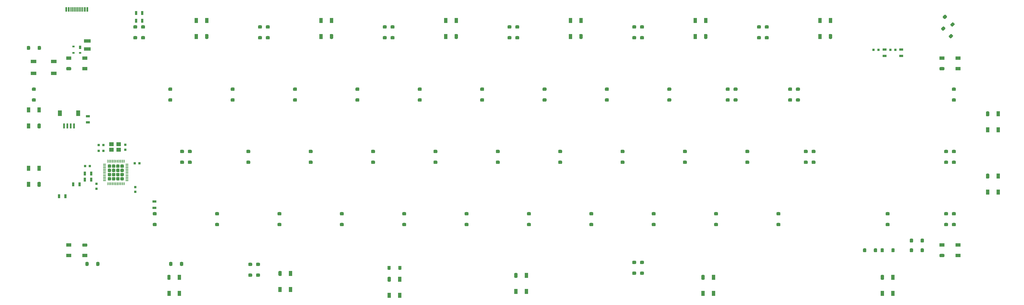
<source format=gbr>
G04 #@! TF.GenerationSoftware,KiCad,Pcbnew,(5.1.10)-1*
G04 #@! TF.CreationDate,2021-10-06T09:17:30+07:00*
G04 #@! TF.ProjectId,averange65,61766572-616e-4676-9536-352e6b696361,rev?*
G04 #@! TF.SameCoordinates,Original*
G04 #@! TF.FileFunction,Paste,Bot*
G04 #@! TF.FilePolarity,Positive*
%FSLAX46Y46*%
G04 Gerber Fmt 4.6, Leading zero omitted, Abs format (unit mm)*
G04 Created by KiCad (PCBNEW (5.1.10)-1) date 2021-10-06 09:17:30*
%MOMM*%
%LPD*%
G01*
G04 APERTURE LIST*
%ADD10R,2.030000X1.140000*%
%ADD11R,1.200000X1.800000*%
%ADD12R,0.600000X1.550000*%
%ADD13R,1.400000X1.200000*%
%ADD14R,1.800000X1.100000*%
%ADD15R,0.700000X1.000000*%
%ADD16R,0.700000X0.600000*%
%ADD17R,0.600000X1.450000*%
%ADD18R,0.300000X1.450000*%
%ADD19R,1.300000X0.700000*%
%ADD20R,0.700000X1.300000*%
%ADD21R,0.800000X0.750000*%
%ADD22R,0.750000X0.800000*%
%ADD23R,1.500000X1.000000*%
%ADD24R,1.000000X1.500000*%
G04 APERTURE END LIST*
D10*
X22129750Y-50616000D03*
X22129750Y-53016000D03*
D11*
X19310190Y-72655340D03*
X13710190Y-72655340D03*
D12*
X15010190Y-76530340D03*
X16010190Y-76530340D03*
X18010190Y-76530340D03*
X17010190Y-76530340D03*
D13*
X31659380Y-83892130D03*
X29459380Y-83892130D03*
X29459380Y-82192130D03*
X31659380Y-82192130D03*
D14*
X11871095Y-60508410D03*
X5671095Y-56808410D03*
X11871095Y-56808410D03*
X5671095Y-60508410D03*
D15*
X19888513Y-52505332D03*
D16*
X17888513Y-52305332D03*
X19888513Y-54205332D03*
X17888513Y-54205332D03*
D17*
X22113513Y-40950332D03*
X15663513Y-40950332D03*
X21338513Y-40950332D03*
X16438513Y-40950332D03*
D18*
X17138513Y-40950332D03*
X20638513Y-40950332D03*
X17638513Y-40950332D03*
X20138513Y-40950332D03*
X18138513Y-40950332D03*
X19638513Y-40950332D03*
X19138513Y-40950332D03*
X18638513Y-40950332D03*
D19*
X270709108Y-53243309D03*
X270709108Y-55143309D03*
X265648939Y-55143309D03*
X265648939Y-53243309D03*
D20*
X19714250Y-94424500D03*
X17814250Y-94424500D03*
X15396250Y-98107500D03*
X13496250Y-98107500D03*
D19*
X42576750Y-99697500D03*
X42576750Y-101597500D03*
X22320250Y-75496500D03*
X22320250Y-73596500D03*
D20*
X21364597Y-93038023D03*
X23264597Y-93038023D03*
X21364597Y-91103246D03*
X23264597Y-91103246D03*
X36991530Y-44370850D03*
X38891530Y-44370850D03*
X36991530Y-41989590D03*
X38891530Y-41989590D03*
D21*
X268934881Y-53300338D03*
X267434881Y-53300338D03*
X262220026Y-53300338D03*
X263720026Y-53300338D03*
X38056250Y-88011000D03*
X36556250Y-88011000D03*
X21415768Y-88870811D03*
X22915768Y-88870811D03*
X25554880Y-84185130D03*
X27054880Y-84185130D03*
D22*
X36750706Y-95262000D03*
X36750706Y-96762000D03*
D21*
X25554880Y-82407130D03*
X27054880Y-82407130D03*
D22*
X33734380Y-82355630D03*
X33734380Y-83855630D03*
X24923750Y-94297500D03*
X24923750Y-95797500D03*
G36*
G01*
X283892570Y-115968020D02*
X283892570Y-116468020D01*
G75*
G02*
X283642570Y-116718020I-250000J0D01*
G01*
X282642570Y-116718020D01*
G75*
G02*
X282392570Y-116468020I0J250000D01*
G01*
X282392570Y-115968020D01*
G75*
G02*
X282642570Y-115718020I250000J0D01*
G01*
X283642570Y-115718020D01*
G75*
G02*
X283892570Y-115968020I0J-250000D01*
G01*
G37*
D23*
X283142570Y-113018020D03*
X288042570Y-116218020D03*
X288042570Y-113018020D03*
G36*
G01*
X265192350Y-123633470D02*
X264692350Y-123633470D01*
G75*
G02*
X264442350Y-123383470I0J250000D01*
G01*
X264442350Y-122383470D01*
G75*
G02*
X264692350Y-122133470I250000J0D01*
G01*
X265192350Y-122133470D01*
G75*
G02*
X265442350Y-122383470I0J-250000D01*
G01*
X265442350Y-123383470D01*
G75*
G02*
X265192350Y-123633470I-250000J0D01*
G01*
G37*
D24*
X268142350Y-122883470D03*
X264942350Y-127783470D03*
X268142350Y-127783470D03*
G36*
G01*
X210423510Y-123633690D02*
X209923510Y-123633690D01*
G75*
G02*
X209673510Y-123383690I0J250000D01*
G01*
X209673510Y-122383690D01*
G75*
G02*
X209923510Y-122133690I250000J0D01*
G01*
X210423510Y-122133690D01*
G75*
G02*
X210673510Y-122383690I0J-250000D01*
G01*
X210673510Y-123383690D01*
G75*
G02*
X210423510Y-123633690I-250000J0D01*
G01*
G37*
X213373510Y-122883690D03*
X210173510Y-127783690D03*
X213373510Y-127783690D03*
G36*
G01*
X153272626Y-123038155D02*
X152772626Y-123038155D01*
G75*
G02*
X152522626Y-122788155I0J250000D01*
G01*
X152522626Y-121788155D01*
G75*
G02*
X152772626Y-121538155I250000J0D01*
G01*
X153272626Y-121538155D01*
G75*
G02*
X153522626Y-121788155I0J-250000D01*
G01*
X153522626Y-122788155D01*
G75*
G02*
X153272626Y-123038155I-250000J0D01*
G01*
G37*
X156222626Y-122288155D03*
X153022626Y-127188155D03*
X156222626Y-127188155D03*
G36*
G01*
X114577281Y-124228507D02*
X114077281Y-124228507D01*
G75*
G02*
X113827281Y-123978507I0J250000D01*
G01*
X113827281Y-122978507D01*
G75*
G02*
X114077281Y-122728507I250000J0D01*
G01*
X114577281Y-122728507D01*
G75*
G02*
X114827281Y-122978507I0J-250000D01*
G01*
X114827281Y-123978507D01*
G75*
G02*
X114577281Y-124228507I-250000J0D01*
G01*
G37*
X117527281Y-123478507D03*
X114327281Y-128378507D03*
X117527281Y-128378507D03*
G36*
G01*
X81239753Y-122442568D02*
X80739753Y-122442568D01*
G75*
G02*
X80489753Y-122192568I0J250000D01*
G01*
X80489753Y-121192568D01*
G75*
G02*
X80739753Y-120942568I250000J0D01*
G01*
X81239753Y-120942568D01*
G75*
G02*
X81489753Y-121192568I0J-250000D01*
G01*
X81489753Y-122192568D01*
G75*
G02*
X81239753Y-122442568I-250000J0D01*
G01*
G37*
X84189753Y-121692568D03*
X80989753Y-126592568D03*
X84189753Y-126592568D03*
G36*
G01*
X47307200Y-123633690D02*
X46807200Y-123633690D01*
G75*
G02*
X46557200Y-123383690I0J250000D01*
G01*
X46557200Y-122383690D01*
G75*
G02*
X46807200Y-122133690I250000J0D01*
G01*
X47307200Y-122133690D01*
G75*
G02*
X47557200Y-122383690I0J-250000D01*
G01*
X47557200Y-123383690D01*
G75*
G02*
X47307200Y-123633690I-250000J0D01*
G01*
G37*
X50257200Y-122883690D03*
X47057200Y-127783690D03*
X50257200Y-127783690D03*
G36*
G01*
X20591450Y-113268020D02*
X20591450Y-112768020D01*
G75*
G02*
X20841450Y-112518020I250000J0D01*
G01*
X21841450Y-112518020D01*
G75*
G02*
X22091450Y-112768020I0J-250000D01*
G01*
X22091450Y-113268020D01*
G75*
G02*
X21841450Y-113518020I-250000J0D01*
G01*
X20841450Y-113518020D01*
G75*
G02*
X20591450Y-113268020I0J250000D01*
G01*
G37*
D23*
X21341450Y-116218020D03*
X16441450Y-113018020D03*
X16441450Y-116218020D03*
G36*
G01*
X7144520Y-93696050D02*
X7644520Y-93696050D01*
G75*
G02*
X7894520Y-93946050I0J-250000D01*
G01*
X7894520Y-94946050D01*
G75*
G02*
X7644520Y-95196050I-250000J0D01*
G01*
X7144520Y-95196050D01*
G75*
G02*
X6894520Y-94946050I0J250000D01*
G01*
X6894520Y-93946050D01*
G75*
G02*
X7144520Y-93696050I250000J0D01*
G01*
G37*
D24*
X4194520Y-94446050D03*
X7394520Y-89546050D03*
X4194520Y-89546050D03*
G36*
G01*
X7144520Y-75836600D02*
X7644520Y-75836600D01*
G75*
G02*
X7894520Y-76086600I0J-250000D01*
G01*
X7894520Y-77086600D01*
G75*
G02*
X7644520Y-77336600I-250000J0D01*
G01*
X7144520Y-77336600D01*
G75*
G02*
X6894520Y-77086600I0J250000D01*
G01*
X6894520Y-76086600D01*
G75*
G02*
X7144520Y-75836600I250000J0D01*
G01*
G37*
X4194520Y-76586600D03*
X7394520Y-71686600D03*
X4194520Y-71686600D03*
G36*
G01*
X297339500Y-92677310D02*
X296839500Y-92677310D01*
G75*
G02*
X296589500Y-92427310I0J250000D01*
G01*
X296589500Y-91427310D01*
G75*
G02*
X296839500Y-91177310I250000J0D01*
G01*
X297339500Y-91177310D01*
G75*
G02*
X297589500Y-91427310I0J-250000D01*
G01*
X297589500Y-92427310D01*
G75*
G02*
X297339500Y-92677310I-250000J0D01*
G01*
G37*
X300289500Y-91927310D03*
X297089500Y-96827310D03*
X300289500Y-96827310D03*
G36*
G01*
X297339500Y-73627230D02*
X296839500Y-73627230D01*
G75*
G02*
X296589500Y-73377230I0J250000D01*
G01*
X296589500Y-72377230D01*
G75*
G02*
X296839500Y-72127230I250000J0D01*
G01*
X297339500Y-72127230D01*
G75*
G02*
X297589500Y-72377230I0J-250000D01*
G01*
X297589500Y-73377230D01*
G75*
G02*
X297339500Y-73627230I-250000J0D01*
G01*
G37*
X300289500Y-72877230D03*
X297089500Y-77777230D03*
X300289500Y-77777230D03*
G36*
G01*
X283892570Y-58817780D02*
X283892570Y-59317780D01*
G75*
G02*
X283642570Y-59567780I-250000J0D01*
G01*
X282642570Y-59567780D01*
G75*
G02*
X282392570Y-59317780I0J250000D01*
G01*
X282392570Y-58817780D01*
G75*
G02*
X282642570Y-58567780I250000J0D01*
G01*
X283642570Y-58567780D01*
G75*
G02*
X283892570Y-58817780I0J-250000D01*
G01*
G37*
D23*
X283142570Y-55867780D03*
X288042570Y-59067780D03*
X288042570Y-55867780D03*
G36*
G01*
X248842410Y-48452110D02*
X249342410Y-48452110D01*
G75*
G02*
X249592410Y-48702110I0J-250000D01*
G01*
X249592410Y-49702110D01*
G75*
G02*
X249342410Y-49952110I-250000J0D01*
G01*
X248842410Y-49952110D01*
G75*
G02*
X248592410Y-49702110I0J250000D01*
G01*
X248592410Y-48702110D01*
G75*
G02*
X248842410Y-48452110I250000J0D01*
G01*
G37*
D24*
X245892410Y-49202110D03*
X249092410Y-44302110D03*
X245892410Y-44302110D03*
G36*
G01*
X210742250Y-48452110D02*
X211242250Y-48452110D01*
G75*
G02*
X211492250Y-48702110I0J-250000D01*
G01*
X211492250Y-49702110D01*
G75*
G02*
X211242250Y-49952110I-250000J0D01*
G01*
X210742250Y-49952110D01*
G75*
G02*
X210492250Y-49702110I0J250000D01*
G01*
X210492250Y-48702110D01*
G75*
G02*
X210742250Y-48452110I250000J0D01*
G01*
G37*
X207792250Y-49202110D03*
X210992250Y-44302110D03*
X207792250Y-44302110D03*
G36*
G01*
X172642090Y-48452110D02*
X173142090Y-48452110D01*
G75*
G02*
X173392090Y-48702110I0J-250000D01*
G01*
X173392090Y-49702110D01*
G75*
G02*
X173142090Y-49952110I-250000J0D01*
G01*
X172642090Y-49952110D01*
G75*
G02*
X172392090Y-49702110I0J250000D01*
G01*
X172392090Y-48702110D01*
G75*
G02*
X172642090Y-48452110I250000J0D01*
G01*
G37*
X169692090Y-49202110D03*
X172892090Y-44302110D03*
X169692090Y-44302110D03*
G36*
G01*
X134541930Y-48452110D02*
X135041930Y-48452110D01*
G75*
G02*
X135291930Y-48702110I0J-250000D01*
G01*
X135291930Y-49702110D01*
G75*
G02*
X135041930Y-49952110I-250000J0D01*
G01*
X134541930Y-49952110D01*
G75*
G02*
X134291930Y-49702110I0J250000D01*
G01*
X134291930Y-48702110D01*
G75*
G02*
X134541930Y-48452110I250000J0D01*
G01*
G37*
X131591930Y-49202110D03*
X134791930Y-44302110D03*
X131591930Y-44302110D03*
G36*
G01*
X96441770Y-48452110D02*
X96941770Y-48452110D01*
G75*
G02*
X97191770Y-48702110I0J-250000D01*
G01*
X97191770Y-49702110D01*
G75*
G02*
X96941770Y-49952110I-250000J0D01*
G01*
X96441770Y-49952110D01*
G75*
G02*
X96191770Y-49702110I0J250000D01*
G01*
X96191770Y-48702110D01*
G75*
G02*
X96441770Y-48452110I250000J0D01*
G01*
G37*
X93491770Y-49202110D03*
X96691770Y-44302110D03*
X93491770Y-44302110D03*
G36*
G01*
X58341610Y-48452110D02*
X58841610Y-48452110D01*
G75*
G02*
X59091610Y-48702110I0J-250000D01*
G01*
X59091610Y-49702110D01*
G75*
G02*
X58841610Y-49952110I-250000J0D01*
G01*
X58341610Y-49952110D01*
G75*
G02*
X58091610Y-49702110I0J250000D01*
G01*
X58091610Y-48702110D01*
G75*
G02*
X58341610Y-48452110I250000J0D01*
G01*
G37*
X55391610Y-49202110D03*
X58591610Y-44302110D03*
X55391610Y-44302110D03*
G36*
G01*
X17191450Y-58817780D02*
X17191450Y-59317780D01*
G75*
G02*
X16941450Y-59567780I-250000J0D01*
G01*
X15941450Y-59567780D01*
G75*
G02*
X15691450Y-59317780I0J250000D01*
G01*
X15691450Y-58817780D01*
G75*
G02*
X15941450Y-58567780I250000J0D01*
G01*
X16941450Y-58567780D01*
G75*
G02*
X17191450Y-58817780I0J-250000D01*
G01*
G37*
D23*
X16441450Y-55867780D03*
X21341450Y-59067780D03*
X21341450Y-55867780D03*
G36*
G01*
X273322215Y-114968020D02*
X273322215Y-114268020D01*
G75*
G02*
X273572215Y-114018020I250000J0D01*
G01*
X274072215Y-114018020D01*
G75*
G02*
X274322215Y-114268020I0J-250000D01*
G01*
X274322215Y-114968020D01*
G75*
G02*
X274072215Y-115218020I-250000J0D01*
G01*
X273572215Y-115218020D01*
G75*
G02*
X273322215Y-114968020I0J250000D01*
G01*
G37*
G36*
G01*
X276622215Y-114968020D02*
X276622215Y-114268020D01*
G75*
G02*
X276872215Y-114018020I250000J0D01*
G01*
X277372215Y-114018020D01*
G75*
G02*
X277622215Y-114268020I0J-250000D01*
G01*
X277622215Y-114968020D01*
G75*
G02*
X277372215Y-115218020I-250000J0D01*
G01*
X276872215Y-115218020D01*
G75*
G02*
X276622215Y-114968020I0J250000D01*
G01*
G37*
G36*
G01*
X264392490Y-114968020D02*
X264392490Y-114268020D01*
G75*
G02*
X264642490Y-114018020I250000J0D01*
G01*
X265142490Y-114018020D01*
G75*
G02*
X265392490Y-114268020I0J-250000D01*
G01*
X265392490Y-114968020D01*
G75*
G02*
X265142490Y-115218020I-250000J0D01*
G01*
X264642490Y-115218020D01*
G75*
G02*
X264392490Y-114968020I0J250000D01*
G01*
G37*
G36*
G01*
X267692490Y-114968020D02*
X267692490Y-114268020D01*
G75*
G02*
X267942490Y-114018020I250000J0D01*
G01*
X268442490Y-114018020D01*
G75*
G02*
X268692490Y-114268020I0J-250000D01*
G01*
X268692490Y-114968020D01*
G75*
G02*
X268442490Y-115218020I-250000J0D01*
G01*
X267942490Y-115218020D01*
G75*
G02*
X267692490Y-114968020I0J250000D01*
G01*
G37*
G36*
G01*
X263334515Y-114267800D02*
X263334515Y-114967800D01*
G75*
G02*
X263084515Y-115217800I-250000J0D01*
G01*
X262584515Y-115217800D01*
G75*
G02*
X262334515Y-114967800I0J250000D01*
G01*
X262334515Y-114267800D01*
G75*
G02*
X262584515Y-114017800I250000J0D01*
G01*
X263084515Y-114017800D01*
G75*
G02*
X263334515Y-114267800I0J-250000D01*
G01*
G37*
G36*
G01*
X260034515Y-114267800D02*
X260034515Y-114967800D01*
G75*
G02*
X259784515Y-115217800I-250000J0D01*
G01*
X259284515Y-115217800D01*
G75*
G02*
X259034515Y-114967800I0J250000D01*
G01*
X259034515Y-114267800D01*
G75*
G02*
X259284515Y-114017800I250000J0D01*
G01*
X259784515Y-114017800D01*
G75*
G02*
X260034515Y-114267800I0J-250000D01*
G01*
G37*
G36*
G01*
X273322075Y-111991225D02*
X273322075Y-111291225D01*
G75*
G02*
X273572075Y-111041225I250000J0D01*
G01*
X274072075Y-111041225D01*
G75*
G02*
X274322075Y-111291225I0J-250000D01*
G01*
X274322075Y-111991225D01*
G75*
G02*
X274072075Y-112241225I-250000J0D01*
G01*
X273572075Y-112241225D01*
G75*
G02*
X273322075Y-111991225I0J250000D01*
G01*
G37*
G36*
G01*
X276622075Y-111991225D02*
X276622075Y-111291225D01*
G75*
G02*
X276872075Y-111041225I250000J0D01*
G01*
X277372075Y-111041225D01*
G75*
G02*
X277622075Y-111291225I0J-250000D01*
G01*
X277622075Y-111991225D01*
G75*
G02*
X277372075Y-112241225I-250000J0D01*
G01*
X276872075Y-112241225D01*
G75*
G02*
X276622075Y-111991225I0J250000D01*
G01*
G37*
G36*
G01*
X191182032Y-117825377D02*
X191882032Y-117825377D01*
G75*
G02*
X192132032Y-118075377I0J-250000D01*
G01*
X192132032Y-118575377D01*
G75*
G02*
X191882032Y-118825377I-250000J0D01*
G01*
X191182032Y-118825377D01*
G75*
G02*
X190932032Y-118575377I0J250000D01*
G01*
X190932032Y-118075377D01*
G75*
G02*
X191182032Y-117825377I250000J0D01*
G01*
G37*
G36*
G01*
X191182032Y-121125377D02*
X191882032Y-121125377D01*
G75*
G02*
X192132032Y-121375377I0J-250000D01*
G01*
X192132032Y-121875377D01*
G75*
G02*
X191882032Y-122125377I-250000J0D01*
G01*
X191182032Y-122125377D01*
G75*
G02*
X190932032Y-121875377I0J250000D01*
G01*
X190932032Y-121375377D01*
G75*
G02*
X191182032Y-121125377I250000J0D01*
G01*
G37*
G36*
G01*
X188800780Y-117825377D02*
X189500780Y-117825377D01*
G75*
G02*
X189750780Y-118075377I0J-250000D01*
G01*
X189750780Y-118575377D01*
G75*
G02*
X189500780Y-118825377I-250000J0D01*
G01*
X188800780Y-118825377D01*
G75*
G02*
X188550780Y-118575377I0J250000D01*
G01*
X188550780Y-118075377D01*
G75*
G02*
X188800780Y-117825377I250000J0D01*
G01*
G37*
G36*
G01*
X188800780Y-121125377D02*
X189500780Y-121125377D01*
G75*
G02*
X189750780Y-121375377I0J-250000D01*
G01*
X189750780Y-121875377D01*
G75*
G02*
X189500780Y-122125377I-250000J0D01*
G01*
X188800780Y-122125377D01*
G75*
G02*
X188550780Y-121875377I0J250000D01*
G01*
X188550780Y-121375377D01*
G75*
G02*
X188800780Y-121125377I250000J0D01*
G01*
G37*
G36*
G01*
X73905371Y-118420690D02*
X74605371Y-118420690D01*
G75*
G02*
X74855371Y-118670690I0J-250000D01*
G01*
X74855371Y-119170690D01*
G75*
G02*
X74605371Y-119420690I-250000J0D01*
G01*
X73905371Y-119420690D01*
G75*
G02*
X73655371Y-119170690I0J250000D01*
G01*
X73655371Y-118670690D01*
G75*
G02*
X73905371Y-118420690I250000J0D01*
G01*
G37*
G36*
G01*
X73905371Y-121720690D02*
X74605371Y-121720690D01*
G75*
G02*
X74855371Y-121970690I0J-250000D01*
G01*
X74855371Y-122470690D01*
G75*
G02*
X74605371Y-122720690I-250000J0D01*
G01*
X73905371Y-122720690D01*
G75*
G02*
X73655371Y-122470690I0J250000D01*
G01*
X73655371Y-121970690D01*
G75*
G02*
X73905371Y-121720690I250000J0D01*
G01*
G37*
G36*
G01*
X113777281Y-120325377D02*
X113777281Y-119625377D01*
G75*
G02*
X114027281Y-119375377I250000J0D01*
G01*
X114527281Y-119375377D01*
G75*
G02*
X114777281Y-119625377I0J-250000D01*
G01*
X114777281Y-120325377D01*
G75*
G02*
X114527281Y-120575377I-250000J0D01*
G01*
X114027281Y-120575377D01*
G75*
G02*
X113777281Y-120325377I0J250000D01*
G01*
G37*
G36*
G01*
X117077281Y-120325377D02*
X117077281Y-119625377D01*
G75*
G02*
X117327281Y-119375377I250000J0D01*
G01*
X117827281Y-119375377D01*
G75*
G02*
X118077281Y-119625377I0J-250000D01*
G01*
X118077281Y-120325377D01*
G75*
G02*
X117827281Y-120575377I-250000J0D01*
G01*
X117327281Y-120575377D01*
G75*
G02*
X117077281Y-120325377I0J250000D01*
G01*
G37*
G36*
G01*
X71524119Y-118420690D02*
X72224119Y-118420690D01*
G75*
G02*
X72474119Y-118670690I0J-250000D01*
G01*
X72474119Y-119170690D01*
G75*
G02*
X72224119Y-119420690I-250000J0D01*
G01*
X71524119Y-119420690D01*
G75*
G02*
X71274119Y-119170690I0J250000D01*
G01*
X71274119Y-118670690D01*
G75*
G02*
X71524119Y-118420690I250000J0D01*
G01*
G37*
G36*
G01*
X71524119Y-121720690D02*
X72224119Y-121720690D01*
G75*
G02*
X72474119Y-121970690I0J-250000D01*
G01*
X72474119Y-122470690D01*
G75*
G02*
X72224119Y-122720690I-250000J0D01*
G01*
X71524119Y-122720690D01*
G75*
G02*
X71274119Y-122470690I0J250000D01*
G01*
X71274119Y-121970690D01*
G75*
G02*
X71524119Y-121720690I250000J0D01*
G01*
G37*
G36*
G01*
X51402515Y-118435225D02*
X51402515Y-119135225D01*
G75*
G02*
X51152515Y-119385225I-250000J0D01*
G01*
X50652515Y-119385225D01*
G75*
G02*
X50402515Y-119135225I0J250000D01*
G01*
X50402515Y-118435225D01*
G75*
G02*
X50652515Y-118185225I250000J0D01*
G01*
X51152515Y-118185225D01*
G75*
G02*
X51402515Y-118435225I0J-250000D01*
G01*
G37*
G36*
G01*
X48102515Y-118435225D02*
X48102515Y-119135225D01*
G75*
G02*
X47852515Y-119385225I-250000J0D01*
G01*
X47352515Y-119385225D01*
G75*
G02*
X47102515Y-119135225I0J250000D01*
G01*
X47102515Y-118435225D01*
G75*
G02*
X47352515Y-118185225I250000J0D01*
G01*
X47852515Y-118185225D01*
G75*
G02*
X48102515Y-118435225I0J-250000D01*
G01*
G37*
G36*
G01*
X25803970Y-118435225D02*
X25803970Y-119135225D01*
G75*
G02*
X25553970Y-119385225I-250000J0D01*
G01*
X25053970Y-119385225D01*
G75*
G02*
X24803970Y-119135225I0J250000D01*
G01*
X24803970Y-118435225D01*
G75*
G02*
X25053970Y-118185225I250000J0D01*
G01*
X25553970Y-118185225D01*
G75*
G02*
X25803970Y-118435225I0J-250000D01*
G01*
G37*
G36*
G01*
X22503970Y-118435225D02*
X22503970Y-119135225D01*
G75*
G02*
X22253970Y-119385225I-250000J0D01*
G01*
X21753970Y-119385225D01*
G75*
G02*
X21503970Y-119135225I0J250000D01*
G01*
X21503970Y-118435225D01*
G75*
G02*
X21753970Y-118185225I250000J0D01*
G01*
X22253970Y-118185225D01*
G75*
G02*
X22503970Y-118435225I0J-250000D01*
G01*
G37*
G36*
G01*
X287133200Y-107242980D02*
X286433200Y-107242980D01*
G75*
G02*
X286183200Y-106992980I0J250000D01*
G01*
X286183200Y-106492980D01*
G75*
G02*
X286433200Y-106242980I250000J0D01*
G01*
X287133200Y-106242980D01*
G75*
G02*
X287383200Y-106492980I0J-250000D01*
G01*
X287383200Y-106992980D01*
G75*
G02*
X287133200Y-107242980I-250000J0D01*
G01*
G37*
G36*
G01*
X287133200Y-103942980D02*
X286433200Y-103942980D01*
G75*
G02*
X286183200Y-103692980I0J250000D01*
G01*
X286183200Y-103192980D01*
G75*
G02*
X286433200Y-102942980I250000J0D01*
G01*
X287133200Y-102942980D01*
G75*
G02*
X287383200Y-103192980I0J-250000D01*
G01*
X287383200Y-103692980D01*
G75*
G02*
X287133200Y-103942980I-250000J0D01*
G01*
G37*
G36*
G01*
X284751940Y-107242980D02*
X284051940Y-107242980D01*
G75*
G02*
X283801940Y-106992980I0J250000D01*
G01*
X283801940Y-106492980D01*
G75*
G02*
X284051940Y-106242980I250000J0D01*
G01*
X284751940Y-106242980D01*
G75*
G02*
X285001940Y-106492980I0J-250000D01*
G01*
X285001940Y-106992980D01*
G75*
G02*
X284751940Y-107242980I-250000J0D01*
G01*
G37*
G36*
G01*
X284751940Y-103942980D02*
X284051940Y-103942980D01*
G75*
G02*
X283801940Y-103692980I0J250000D01*
G01*
X283801940Y-103192980D01*
G75*
G02*
X284051940Y-102942980I250000J0D01*
G01*
X284751940Y-102942980D01*
G75*
G02*
X285001940Y-103192980I0J-250000D01*
G01*
X285001940Y-103692980D01*
G75*
G02*
X284751940Y-103942980I-250000J0D01*
G01*
G37*
G36*
G01*
X266892490Y-107242980D02*
X266192490Y-107242980D01*
G75*
G02*
X265942490Y-106992980I0J250000D01*
G01*
X265942490Y-106492980D01*
G75*
G02*
X266192490Y-106242980I250000J0D01*
G01*
X266892490Y-106242980D01*
G75*
G02*
X267142490Y-106492980I0J-250000D01*
G01*
X267142490Y-106992980D01*
G75*
G02*
X266892490Y-107242980I-250000J0D01*
G01*
G37*
G36*
G01*
X266892490Y-103942980D02*
X266192490Y-103942980D01*
G75*
G02*
X265942490Y-103692980I0J250000D01*
G01*
X265942490Y-103192980D01*
G75*
G02*
X266192490Y-102942980I250000J0D01*
G01*
X266892490Y-102942980D01*
G75*
G02*
X267142490Y-103192980I0J-250000D01*
G01*
X267142490Y-103692980D01*
G75*
G02*
X266892490Y-103942980I-250000J0D01*
G01*
G37*
G36*
G01*
X233554850Y-107242980D02*
X232854850Y-107242980D01*
G75*
G02*
X232604850Y-106992980I0J250000D01*
G01*
X232604850Y-106492980D01*
G75*
G02*
X232854850Y-106242980I250000J0D01*
G01*
X233554850Y-106242980D01*
G75*
G02*
X233804850Y-106492980I0J-250000D01*
G01*
X233804850Y-106992980D01*
G75*
G02*
X233554850Y-107242980I-250000J0D01*
G01*
G37*
G36*
G01*
X233554850Y-103942980D02*
X232854850Y-103942980D01*
G75*
G02*
X232604850Y-103692980I0J250000D01*
G01*
X232604850Y-103192980D01*
G75*
G02*
X232854850Y-102942980I250000J0D01*
G01*
X233554850Y-102942980D01*
G75*
G02*
X233804850Y-103192980I0J-250000D01*
G01*
X233804850Y-103692980D01*
G75*
G02*
X233554850Y-103942980I-250000J0D01*
G01*
G37*
G36*
G01*
X214504770Y-107242980D02*
X213804770Y-107242980D01*
G75*
G02*
X213554770Y-106992980I0J250000D01*
G01*
X213554770Y-106492980D01*
G75*
G02*
X213804770Y-106242980I250000J0D01*
G01*
X214504770Y-106242980D01*
G75*
G02*
X214754770Y-106492980I0J-250000D01*
G01*
X214754770Y-106992980D01*
G75*
G02*
X214504770Y-107242980I-250000J0D01*
G01*
G37*
G36*
G01*
X214504770Y-103942980D02*
X213804770Y-103942980D01*
G75*
G02*
X213554770Y-103692980I0J250000D01*
G01*
X213554770Y-103192980D01*
G75*
G02*
X213804770Y-102942980I250000J0D01*
G01*
X214504770Y-102942980D01*
G75*
G02*
X214754770Y-103192980I0J-250000D01*
G01*
X214754770Y-103692980D01*
G75*
G02*
X214504770Y-103942980I-250000J0D01*
G01*
G37*
G36*
G01*
X195454690Y-107242980D02*
X194754690Y-107242980D01*
G75*
G02*
X194504690Y-106992980I0J250000D01*
G01*
X194504690Y-106492980D01*
G75*
G02*
X194754690Y-106242980I250000J0D01*
G01*
X195454690Y-106242980D01*
G75*
G02*
X195704690Y-106492980I0J-250000D01*
G01*
X195704690Y-106992980D01*
G75*
G02*
X195454690Y-107242980I-250000J0D01*
G01*
G37*
G36*
G01*
X195454690Y-103942980D02*
X194754690Y-103942980D01*
G75*
G02*
X194504690Y-103692980I0J250000D01*
G01*
X194504690Y-103192980D01*
G75*
G02*
X194754690Y-102942980I250000J0D01*
G01*
X195454690Y-102942980D01*
G75*
G02*
X195704690Y-103192980I0J-250000D01*
G01*
X195704690Y-103692980D01*
G75*
G02*
X195454690Y-103942980I-250000J0D01*
G01*
G37*
G36*
G01*
X176404610Y-107242980D02*
X175704610Y-107242980D01*
G75*
G02*
X175454610Y-106992980I0J250000D01*
G01*
X175454610Y-106492980D01*
G75*
G02*
X175704610Y-106242980I250000J0D01*
G01*
X176404610Y-106242980D01*
G75*
G02*
X176654610Y-106492980I0J-250000D01*
G01*
X176654610Y-106992980D01*
G75*
G02*
X176404610Y-107242980I-250000J0D01*
G01*
G37*
G36*
G01*
X176404610Y-103942980D02*
X175704610Y-103942980D01*
G75*
G02*
X175454610Y-103692980I0J250000D01*
G01*
X175454610Y-103192980D01*
G75*
G02*
X175704610Y-102942980I250000J0D01*
G01*
X176404610Y-102942980D01*
G75*
G02*
X176654610Y-103192980I0J-250000D01*
G01*
X176654610Y-103692980D01*
G75*
G02*
X176404610Y-103942980I-250000J0D01*
G01*
G37*
G36*
G01*
X157354530Y-107242980D02*
X156654530Y-107242980D01*
G75*
G02*
X156404530Y-106992980I0J250000D01*
G01*
X156404530Y-106492980D01*
G75*
G02*
X156654530Y-106242980I250000J0D01*
G01*
X157354530Y-106242980D01*
G75*
G02*
X157604530Y-106492980I0J-250000D01*
G01*
X157604530Y-106992980D01*
G75*
G02*
X157354530Y-107242980I-250000J0D01*
G01*
G37*
G36*
G01*
X157354530Y-103942980D02*
X156654530Y-103942980D01*
G75*
G02*
X156404530Y-103692980I0J250000D01*
G01*
X156404530Y-103192980D01*
G75*
G02*
X156654530Y-102942980I250000J0D01*
G01*
X157354530Y-102942980D01*
G75*
G02*
X157604530Y-103192980I0J-250000D01*
G01*
X157604530Y-103692980D01*
G75*
G02*
X157354530Y-103942980I-250000J0D01*
G01*
G37*
G36*
G01*
X138304450Y-107242980D02*
X137604450Y-107242980D01*
G75*
G02*
X137354450Y-106992980I0J250000D01*
G01*
X137354450Y-106492980D01*
G75*
G02*
X137604450Y-106242980I250000J0D01*
G01*
X138304450Y-106242980D01*
G75*
G02*
X138554450Y-106492980I0J-250000D01*
G01*
X138554450Y-106992980D01*
G75*
G02*
X138304450Y-107242980I-250000J0D01*
G01*
G37*
G36*
G01*
X138304450Y-103942980D02*
X137604450Y-103942980D01*
G75*
G02*
X137354450Y-103692980I0J250000D01*
G01*
X137354450Y-103192980D01*
G75*
G02*
X137604450Y-102942980I250000J0D01*
G01*
X138304450Y-102942980D01*
G75*
G02*
X138554450Y-103192980I0J-250000D01*
G01*
X138554450Y-103692980D01*
G75*
G02*
X138304450Y-103942980I-250000J0D01*
G01*
G37*
G36*
G01*
X119254370Y-107242980D02*
X118554370Y-107242980D01*
G75*
G02*
X118304370Y-106992980I0J250000D01*
G01*
X118304370Y-106492980D01*
G75*
G02*
X118554370Y-106242980I250000J0D01*
G01*
X119254370Y-106242980D01*
G75*
G02*
X119504370Y-106492980I0J-250000D01*
G01*
X119504370Y-106992980D01*
G75*
G02*
X119254370Y-107242980I-250000J0D01*
G01*
G37*
G36*
G01*
X119254370Y-103942980D02*
X118554370Y-103942980D01*
G75*
G02*
X118304370Y-103692980I0J250000D01*
G01*
X118304370Y-103192980D01*
G75*
G02*
X118554370Y-102942980I250000J0D01*
G01*
X119254370Y-102942980D01*
G75*
G02*
X119504370Y-103192980I0J-250000D01*
G01*
X119504370Y-103692980D01*
G75*
G02*
X119254370Y-103942980I-250000J0D01*
G01*
G37*
G36*
G01*
X100204290Y-107242980D02*
X99504290Y-107242980D01*
G75*
G02*
X99254290Y-106992980I0J250000D01*
G01*
X99254290Y-106492980D01*
G75*
G02*
X99504290Y-106242980I250000J0D01*
G01*
X100204290Y-106242980D01*
G75*
G02*
X100454290Y-106492980I0J-250000D01*
G01*
X100454290Y-106992980D01*
G75*
G02*
X100204290Y-107242980I-250000J0D01*
G01*
G37*
G36*
G01*
X100204290Y-103942980D02*
X99504290Y-103942980D01*
G75*
G02*
X99254290Y-103692980I0J250000D01*
G01*
X99254290Y-103192980D01*
G75*
G02*
X99504290Y-102942980I250000J0D01*
G01*
X100204290Y-102942980D01*
G75*
G02*
X100454290Y-103192980I0J-250000D01*
G01*
X100454290Y-103692980D01*
G75*
G02*
X100204290Y-103942980I-250000J0D01*
G01*
G37*
G36*
G01*
X81154210Y-107242980D02*
X80454210Y-107242980D01*
G75*
G02*
X80204210Y-106992980I0J250000D01*
G01*
X80204210Y-106492980D01*
G75*
G02*
X80454210Y-106242980I250000J0D01*
G01*
X81154210Y-106242980D01*
G75*
G02*
X81404210Y-106492980I0J-250000D01*
G01*
X81404210Y-106992980D01*
G75*
G02*
X81154210Y-107242980I-250000J0D01*
G01*
G37*
G36*
G01*
X81154210Y-103942980D02*
X80454210Y-103942980D01*
G75*
G02*
X80204210Y-103692980I0J250000D01*
G01*
X80204210Y-103192980D01*
G75*
G02*
X80454210Y-102942980I250000J0D01*
G01*
X81154210Y-102942980D01*
G75*
G02*
X81404210Y-103192980I0J-250000D01*
G01*
X81404210Y-103692980D01*
G75*
G02*
X81154210Y-103942980I-250000J0D01*
G01*
G37*
G36*
G01*
X62104130Y-107242980D02*
X61404130Y-107242980D01*
G75*
G02*
X61154130Y-106992980I0J250000D01*
G01*
X61154130Y-106492980D01*
G75*
G02*
X61404130Y-106242980I250000J0D01*
G01*
X62104130Y-106242980D01*
G75*
G02*
X62354130Y-106492980I0J-250000D01*
G01*
X62354130Y-106992980D01*
G75*
G02*
X62104130Y-107242980I-250000J0D01*
G01*
G37*
G36*
G01*
X62104130Y-103942980D02*
X61404130Y-103942980D01*
G75*
G02*
X61154130Y-103692980I0J250000D01*
G01*
X61154130Y-103192980D01*
G75*
G02*
X61404130Y-102942980I250000J0D01*
G01*
X62104130Y-102942980D01*
G75*
G02*
X62354130Y-103192980I0J-250000D01*
G01*
X62354130Y-103692980D01*
G75*
G02*
X62104130Y-103942980I-250000J0D01*
G01*
G37*
G36*
G01*
X287133200Y-88192900D02*
X286433200Y-88192900D01*
G75*
G02*
X286183200Y-87942900I0J250000D01*
G01*
X286183200Y-87442900D01*
G75*
G02*
X286433200Y-87192900I250000J0D01*
G01*
X287133200Y-87192900D01*
G75*
G02*
X287383200Y-87442900I0J-250000D01*
G01*
X287383200Y-87942900D01*
G75*
G02*
X287133200Y-88192900I-250000J0D01*
G01*
G37*
G36*
G01*
X287133200Y-84892900D02*
X286433200Y-84892900D01*
G75*
G02*
X286183200Y-84642900I0J250000D01*
G01*
X286183200Y-84142900D01*
G75*
G02*
X286433200Y-83892900I250000J0D01*
G01*
X287133200Y-83892900D01*
G75*
G02*
X287383200Y-84142900I0J-250000D01*
G01*
X287383200Y-84642900D01*
G75*
G02*
X287133200Y-84892900I-250000J0D01*
G01*
G37*
G36*
G01*
X43054050Y-107242980D02*
X42354050Y-107242980D01*
G75*
G02*
X42104050Y-106992980I0J250000D01*
G01*
X42104050Y-106492980D01*
G75*
G02*
X42354050Y-106242980I250000J0D01*
G01*
X43054050Y-106242980D01*
G75*
G02*
X43304050Y-106492980I0J-250000D01*
G01*
X43304050Y-106992980D01*
G75*
G02*
X43054050Y-107242980I-250000J0D01*
G01*
G37*
G36*
G01*
X43054050Y-103942980D02*
X42354050Y-103942980D01*
G75*
G02*
X42104050Y-103692980I0J250000D01*
G01*
X42104050Y-103192980D01*
G75*
G02*
X42354050Y-102942980I250000J0D01*
G01*
X43054050Y-102942980D01*
G75*
G02*
X43304050Y-103192980I0J-250000D01*
G01*
X43304050Y-103692980D01*
G75*
G02*
X43054050Y-103942980I-250000J0D01*
G01*
G37*
G36*
G01*
X284751940Y-88192900D02*
X284051940Y-88192900D01*
G75*
G02*
X283801940Y-87942900I0J250000D01*
G01*
X283801940Y-87442900D01*
G75*
G02*
X284051940Y-87192900I250000J0D01*
G01*
X284751940Y-87192900D01*
G75*
G02*
X285001940Y-87442900I0J-250000D01*
G01*
X285001940Y-87942900D01*
G75*
G02*
X284751940Y-88192900I-250000J0D01*
G01*
G37*
G36*
G01*
X284751940Y-84892900D02*
X284051940Y-84892900D01*
G75*
G02*
X283801940Y-84642900I0J250000D01*
G01*
X283801940Y-84142900D01*
G75*
G02*
X284051940Y-83892900I250000J0D01*
G01*
X284751940Y-83892900D01*
G75*
G02*
X285001940Y-84142900I0J-250000D01*
G01*
X285001940Y-84642900D01*
G75*
G02*
X284751940Y-84892900I-250000J0D01*
G01*
G37*
G36*
G01*
X241889260Y-88192900D02*
X241189260Y-88192900D01*
G75*
G02*
X240939260Y-87942900I0J250000D01*
G01*
X240939260Y-87442900D01*
G75*
G02*
X241189260Y-87192900I250000J0D01*
G01*
X241889260Y-87192900D01*
G75*
G02*
X242139260Y-87442900I0J-250000D01*
G01*
X242139260Y-87942900D01*
G75*
G02*
X241889260Y-88192900I-250000J0D01*
G01*
G37*
G36*
G01*
X241889260Y-84892900D02*
X241189260Y-84892900D01*
G75*
G02*
X240939260Y-84642900I0J250000D01*
G01*
X240939260Y-84142900D01*
G75*
G02*
X241189260Y-83892900I250000J0D01*
G01*
X241889260Y-83892900D01*
G75*
G02*
X242139260Y-84142900I0J-250000D01*
G01*
X242139260Y-84642900D01*
G75*
G02*
X241889260Y-84892900I-250000J0D01*
G01*
G37*
G36*
G01*
X224029810Y-88192900D02*
X223329810Y-88192900D01*
G75*
G02*
X223079810Y-87942900I0J250000D01*
G01*
X223079810Y-87442900D01*
G75*
G02*
X223329810Y-87192900I250000J0D01*
G01*
X224029810Y-87192900D01*
G75*
G02*
X224279810Y-87442900I0J-250000D01*
G01*
X224279810Y-87942900D01*
G75*
G02*
X224029810Y-88192900I-250000J0D01*
G01*
G37*
G36*
G01*
X224029810Y-84892900D02*
X223329810Y-84892900D01*
G75*
G02*
X223079810Y-84642900I0J250000D01*
G01*
X223079810Y-84142900D01*
G75*
G02*
X223329810Y-83892900I250000J0D01*
G01*
X224029810Y-83892900D01*
G75*
G02*
X224279810Y-84142900I0J-250000D01*
G01*
X224279810Y-84642900D01*
G75*
G02*
X224029810Y-84892900I-250000J0D01*
G01*
G37*
G36*
G01*
X204979730Y-88192900D02*
X204279730Y-88192900D01*
G75*
G02*
X204029730Y-87942900I0J250000D01*
G01*
X204029730Y-87442900D01*
G75*
G02*
X204279730Y-87192900I250000J0D01*
G01*
X204979730Y-87192900D01*
G75*
G02*
X205229730Y-87442900I0J-250000D01*
G01*
X205229730Y-87942900D01*
G75*
G02*
X204979730Y-88192900I-250000J0D01*
G01*
G37*
G36*
G01*
X204979730Y-84892900D02*
X204279730Y-84892900D01*
G75*
G02*
X204029730Y-84642900I0J250000D01*
G01*
X204029730Y-84142900D01*
G75*
G02*
X204279730Y-83892900I250000J0D01*
G01*
X204979730Y-83892900D01*
G75*
G02*
X205229730Y-84142900I0J-250000D01*
G01*
X205229730Y-84642900D01*
G75*
G02*
X204979730Y-84892900I-250000J0D01*
G01*
G37*
G36*
G01*
X185929650Y-88192900D02*
X185229650Y-88192900D01*
G75*
G02*
X184979650Y-87942900I0J250000D01*
G01*
X184979650Y-87442900D01*
G75*
G02*
X185229650Y-87192900I250000J0D01*
G01*
X185929650Y-87192900D01*
G75*
G02*
X186179650Y-87442900I0J-250000D01*
G01*
X186179650Y-87942900D01*
G75*
G02*
X185929650Y-88192900I-250000J0D01*
G01*
G37*
G36*
G01*
X185929650Y-84892900D02*
X185229650Y-84892900D01*
G75*
G02*
X184979650Y-84642900I0J250000D01*
G01*
X184979650Y-84142900D01*
G75*
G02*
X185229650Y-83892900I250000J0D01*
G01*
X185929650Y-83892900D01*
G75*
G02*
X186179650Y-84142900I0J-250000D01*
G01*
X186179650Y-84642900D01*
G75*
G02*
X185929650Y-84892900I-250000J0D01*
G01*
G37*
G36*
G01*
X166879570Y-88192900D02*
X166179570Y-88192900D01*
G75*
G02*
X165929570Y-87942900I0J250000D01*
G01*
X165929570Y-87442900D01*
G75*
G02*
X166179570Y-87192900I250000J0D01*
G01*
X166879570Y-87192900D01*
G75*
G02*
X167129570Y-87442900I0J-250000D01*
G01*
X167129570Y-87942900D01*
G75*
G02*
X166879570Y-88192900I-250000J0D01*
G01*
G37*
G36*
G01*
X166879570Y-84892900D02*
X166179570Y-84892900D01*
G75*
G02*
X165929570Y-84642900I0J250000D01*
G01*
X165929570Y-84142900D01*
G75*
G02*
X166179570Y-83892900I250000J0D01*
G01*
X166879570Y-83892900D01*
G75*
G02*
X167129570Y-84142900I0J-250000D01*
G01*
X167129570Y-84642900D01*
G75*
G02*
X166879570Y-84892900I-250000J0D01*
G01*
G37*
G36*
G01*
X147829490Y-88192900D02*
X147129490Y-88192900D01*
G75*
G02*
X146879490Y-87942900I0J250000D01*
G01*
X146879490Y-87442900D01*
G75*
G02*
X147129490Y-87192900I250000J0D01*
G01*
X147829490Y-87192900D01*
G75*
G02*
X148079490Y-87442900I0J-250000D01*
G01*
X148079490Y-87942900D01*
G75*
G02*
X147829490Y-88192900I-250000J0D01*
G01*
G37*
G36*
G01*
X147829490Y-84892900D02*
X147129490Y-84892900D01*
G75*
G02*
X146879490Y-84642900I0J250000D01*
G01*
X146879490Y-84142900D01*
G75*
G02*
X147129490Y-83892900I250000J0D01*
G01*
X147829490Y-83892900D01*
G75*
G02*
X148079490Y-84142900I0J-250000D01*
G01*
X148079490Y-84642900D01*
G75*
G02*
X147829490Y-84892900I-250000J0D01*
G01*
G37*
G36*
G01*
X128778750Y-88192500D02*
X128078750Y-88192500D01*
G75*
G02*
X127828750Y-87942500I0J250000D01*
G01*
X127828750Y-87442500D01*
G75*
G02*
X128078750Y-87192500I250000J0D01*
G01*
X128778750Y-87192500D01*
G75*
G02*
X129028750Y-87442500I0J-250000D01*
G01*
X129028750Y-87942500D01*
G75*
G02*
X128778750Y-88192500I-250000J0D01*
G01*
G37*
G36*
G01*
X128778750Y-84892500D02*
X128078750Y-84892500D01*
G75*
G02*
X127828750Y-84642500I0J250000D01*
G01*
X127828750Y-84142500D01*
G75*
G02*
X128078750Y-83892500I250000J0D01*
G01*
X128778750Y-83892500D01*
G75*
G02*
X129028750Y-84142500I0J-250000D01*
G01*
X129028750Y-84642500D01*
G75*
G02*
X128778750Y-84892500I-250000J0D01*
G01*
G37*
G36*
G01*
X109728750Y-88192500D02*
X109028750Y-88192500D01*
G75*
G02*
X108778750Y-87942500I0J250000D01*
G01*
X108778750Y-87442500D01*
G75*
G02*
X109028750Y-87192500I250000J0D01*
G01*
X109728750Y-87192500D01*
G75*
G02*
X109978750Y-87442500I0J-250000D01*
G01*
X109978750Y-87942500D01*
G75*
G02*
X109728750Y-88192500I-250000J0D01*
G01*
G37*
G36*
G01*
X109728750Y-84892500D02*
X109028750Y-84892500D01*
G75*
G02*
X108778750Y-84642500I0J250000D01*
G01*
X108778750Y-84142500D01*
G75*
G02*
X109028750Y-83892500I250000J0D01*
G01*
X109728750Y-83892500D01*
G75*
G02*
X109978750Y-84142500I0J-250000D01*
G01*
X109978750Y-84642500D01*
G75*
G02*
X109728750Y-84892500I-250000J0D01*
G01*
G37*
G36*
G01*
X90679250Y-88192900D02*
X89979250Y-88192900D01*
G75*
G02*
X89729250Y-87942900I0J250000D01*
G01*
X89729250Y-87442900D01*
G75*
G02*
X89979250Y-87192900I250000J0D01*
G01*
X90679250Y-87192900D01*
G75*
G02*
X90929250Y-87442900I0J-250000D01*
G01*
X90929250Y-87942900D01*
G75*
G02*
X90679250Y-88192900I-250000J0D01*
G01*
G37*
G36*
G01*
X90679250Y-84892900D02*
X89979250Y-84892900D01*
G75*
G02*
X89729250Y-84642900I0J250000D01*
G01*
X89729250Y-84142900D01*
G75*
G02*
X89979250Y-83892900I250000J0D01*
G01*
X90679250Y-83892900D01*
G75*
G02*
X90929250Y-84142900I0J-250000D01*
G01*
X90929250Y-84642900D01*
G75*
G02*
X90679250Y-84892900I-250000J0D01*
G01*
G37*
G36*
G01*
X71629170Y-88192900D02*
X70929170Y-88192900D01*
G75*
G02*
X70679170Y-87942900I0J250000D01*
G01*
X70679170Y-87442900D01*
G75*
G02*
X70929170Y-87192900I250000J0D01*
G01*
X71629170Y-87192900D01*
G75*
G02*
X71879170Y-87442900I0J-250000D01*
G01*
X71879170Y-87942900D01*
G75*
G02*
X71629170Y-88192900I-250000J0D01*
G01*
G37*
G36*
G01*
X71629170Y-84892900D02*
X70929170Y-84892900D01*
G75*
G02*
X70679170Y-84642900I0J250000D01*
G01*
X70679170Y-84142900D01*
G75*
G02*
X70929170Y-83892900I250000J0D01*
G01*
X71629170Y-83892900D01*
G75*
G02*
X71879170Y-84142900I0J-250000D01*
G01*
X71879170Y-84642900D01*
G75*
G02*
X71629170Y-84892900I-250000J0D01*
G01*
G37*
G36*
G01*
X51388125Y-88192500D02*
X50688125Y-88192500D01*
G75*
G02*
X50438125Y-87942500I0J250000D01*
G01*
X50438125Y-87442500D01*
G75*
G02*
X50688125Y-87192500I250000J0D01*
G01*
X51388125Y-87192500D01*
G75*
G02*
X51638125Y-87442500I0J-250000D01*
G01*
X51638125Y-87942500D01*
G75*
G02*
X51388125Y-88192500I-250000J0D01*
G01*
G37*
G36*
G01*
X51388125Y-84892500D02*
X50688125Y-84892500D01*
G75*
G02*
X50438125Y-84642500I0J250000D01*
G01*
X50438125Y-84142500D01*
G75*
G02*
X50688125Y-83892500I250000J0D01*
G01*
X51388125Y-83892500D01*
G75*
G02*
X51638125Y-84142500I0J-250000D01*
G01*
X51638125Y-84642500D01*
G75*
G02*
X51388125Y-84892500I-250000J0D01*
G01*
G37*
G36*
G01*
X287133200Y-69142820D02*
X286433200Y-69142820D01*
G75*
G02*
X286183200Y-68892820I0J250000D01*
G01*
X286183200Y-68392820D01*
G75*
G02*
X286433200Y-68142820I250000J0D01*
G01*
X287133200Y-68142820D01*
G75*
G02*
X287383200Y-68392820I0J-250000D01*
G01*
X287383200Y-68892820D01*
G75*
G02*
X287133200Y-69142820I-250000J0D01*
G01*
G37*
G36*
G01*
X287133200Y-65842820D02*
X286433200Y-65842820D01*
G75*
G02*
X286183200Y-65592820I0J250000D01*
G01*
X286183200Y-65092820D01*
G75*
G02*
X286433200Y-64842820I250000J0D01*
G01*
X287133200Y-64842820D01*
G75*
G02*
X287383200Y-65092820I0J-250000D01*
G01*
X287383200Y-65592820D01*
G75*
G02*
X287133200Y-65842820I-250000J0D01*
G01*
G37*
G36*
G01*
X244270520Y-88192900D02*
X243570520Y-88192900D01*
G75*
G02*
X243320520Y-87942900I0J250000D01*
G01*
X243320520Y-87442900D01*
G75*
G02*
X243570520Y-87192900I250000J0D01*
G01*
X244270520Y-87192900D01*
G75*
G02*
X244520520Y-87442900I0J-250000D01*
G01*
X244520520Y-87942900D01*
G75*
G02*
X244270520Y-88192900I-250000J0D01*
G01*
G37*
G36*
G01*
X244270520Y-84892900D02*
X243570520Y-84892900D01*
G75*
G02*
X243320520Y-84642900I0J250000D01*
G01*
X243320520Y-84142900D01*
G75*
G02*
X243570520Y-83892900I250000J0D01*
G01*
X244270520Y-83892900D01*
G75*
G02*
X244520520Y-84142900I0J-250000D01*
G01*
X244520520Y-84642900D01*
G75*
G02*
X244270520Y-84892900I-250000J0D01*
G01*
G37*
G36*
G01*
X53769375Y-88192500D02*
X53069375Y-88192500D01*
G75*
G02*
X52819375Y-87942500I0J250000D01*
G01*
X52819375Y-87442500D01*
G75*
G02*
X53069375Y-87192500I250000J0D01*
G01*
X53769375Y-87192500D01*
G75*
G02*
X54019375Y-87442500I0J-250000D01*
G01*
X54019375Y-87942500D01*
G75*
G02*
X53769375Y-88192500I-250000J0D01*
G01*
G37*
G36*
G01*
X53769375Y-84892500D02*
X53069375Y-84892500D01*
G75*
G02*
X52819375Y-84642500I0J250000D01*
G01*
X52819375Y-84142500D01*
G75*
G02*
X53069375Y-83892500I250000J0D01*
G01*
X53769375Y-83892500D01*
G75*
G02*
X54019375Y-84142500I0J-250000D01*
G01*
X54019375Y-84642500D01*
G75*
G02*
X53769375Y-84892500I-250000J0D01*
G01*
G37*
G36*
G01*
X239507100Y-69142500D02*
X238807100Y-69142500D01*
G75*
G02*
X238557100Y-68892500I0J250000D01*
G01*
X238557100Y-68392500D01*
G75*
G02*
X238807100Y-68142500I250000J0D01*
G01*
X239507100Y-68142500D01*
G75*
G02*
X239757100Y-68392500I0J-250000D01*
G01*
X239757100Y-68892500D01*
G75*
G02*
X239507100Y-69142500I-250000J0D01*
G01*
G37*
G36*
G01*
X239507100Y-65842500D02*
X238807100Y-65842500D01*
G75*
G02*
X238557100Y-65592500I0J250000D01*
G01*
X238557100Y-65092500D01*
G75*
G02*
X238807100Y-64842500I250000J0D01*
G01*
X239507100Y-64842500D01*
G75*
G02*
X239757100Y-65092500I0J-250000D01*
G01*
X239757100Y-65592500D01*
G75*
G02*
X239507100Y-65842500I-250000J0D01*
G01*
G37*
G36*
G01*
X220457920Y-69142820D02*
X219757920Y-69142820D01*
G75*
G02*
X219507920Y-68892820I0J250000D01*
G01*
X219507920Y-68392820D01*
G75*
G02*
X219757920Y-68142820I250000J0D01*
G01*
X220457920Y-68142820D01*
G75*
G02*
X220707920Y-68392820I0J-250000D01*
G01*
X220707920Y-68892820D01*
G75*
G02*
X220457920Y-69142820I-250000J0D01*
G01*
G37*
G36*
G01*
X220457920Y-65842820D02*
X219757920Y-65842820D01*
G75*
G02*
X219507920Y-65592820I0J250000D01*
G01*
X219507920Y-65092820D01*
G75*
G02*
X219757920Y-64842820I250000J0D01*
G01*
X220457920Y-64842820D01*
G75*
G02*
X220707920Y-65092820I0J-250000D01*
G01*
X220707920Y-65592820D01*
G75*
G02*
X220457920Y-65842820I-250000J0D01*
G01*
G37*
G36*
G01*
X218076660Y-69142820D02*
X217376660Y-69142820D01*
G75*
G02*
X217126660Y-68892820I0J250000D01*
G01*
X217126660Y-68392820D01*
G75*
G02*
X217376660Y-68142820I250000J0D01*
G01*
X218076660Y-68142820D01*
G75*
G02*
X218326660Y-68392820I0J-250000D01*
G01*
X218326660Y-68892820D01*
G75*
G02*
X218076660Y-69142820I-250000J0D01*
G01*
G37*
G36*
G01*
X218076660Y-65842820D02*
X217376660Y-65842820D01*
G75*
G02*
X217126660Y-65592820I0J250000D01*
G01*
X217126660Y-65092820D01*
G75*
G02*
X217376660Y-64842820I250000J0D01*
G01*
X218076660Y-64842820D01*
G75*
G02*
X218326660Y-65092820I0J-250000D01*
G01*
X218326660Y-65592820D01*
G75*
G02*
X218076660Y-65842820I-250000J0D01*
G01*
G37*
G36*
G01*
X200217210Y-69142820D02*
X199517210Y-69142820D01*
G75*
G02*
X199267210Y-68892820I0J250000D01*
G01*
X199267210Y-68392820D01*
G75*
G02*
X199517210Y-68142820I250000J0D01*
G01*
X200217210Y-68142820D01*
G75*
G02*
X200467210Y-68392820I0J-250000D01*
G01*
X200467210Y-68892820D01*
G75*
G02*
X200217210Y-69142820I-250000J0D01*
G01*
G37*
G36*
G01*
X200217210Y-65842820D02*
X199517210Y-65842820D01*
G75*
G02*
X199267210Y-65592820I0J250000D01*
G01*
X199267210Y-65092820D01*
G75*
G02*
X199517210Y-64842820I250000J0D01*
G01*
X200217210Y-64842820D01*
G75*
G02*
X200467210Y-65092820I0J-250000D01*
G01*
X200467210Y-65592820D01*
G75*
G02*
X200217210Y-65842820I-250000J0D01*
G01*
G37*
G36*
G01*
X181166426Y-69142500D02*
X180466426Y-69142500D01*
G75*
G02*
X180216426Y-68892500I0J250000D01*
G01*
X180216426Y-68392500D01*
G75*
G02*
X180466426Y-68142500I250000J0D01*
G01*
X181166426Y-68142500D01*
G75*
G02*
X181416426Y-68392500I0J-250000D01*
G01*
X181416426Y-68892500D01*
G75*
G02*
X181166426Y-69142500I-250000J0D01*
G01*
G37*
G36*
G01*
X181166426Y-65842500D02*
X180466426Y-65842500D01*
G75*
G02*
X180216426Y-65592500I0J250000D01*
G01*
X180216426Y-65092500D01*
G75*
G02*
X180466426Y-64842500I250000J0D01*
G01*
X181166426Y-64842500D01*
G75*
G02*
X181416426Y-65092500I0J-250000D01*
G01*
X181416426Y-65592500D01*
G75*
G02*
X181166426Y-65842500I-250000J0D01*
G01*
G37*
G36*
G01*
X162117050Y-69142820D02*
X161417050Y-69142820D01*
G75*
G02*
X161167050Y-68892820I0J250000D01*
G01*
X161167050Y-68392820D01*
G75*
G02*
X161417050Y-68142820I250000J0D01*
G01*
X162117050Y-68142820D01*
G75*
G02*
X162367050Y-68392820I0J-250000D01*
G01*
X162367050Y-68892820D01*
G75*
G02*
X162117050Y-69142820I-250000J0D01*
G01*
G37*
G36*
G01*
X162117050Y-65842820D02*
X161417050Y-65842820D01*
G75*
G02*
X161167050Y-65592820I0J250000D01*
G01*
X161167050Y-65092820D01*
G75*
G02*
X161417050Y-64842820I250000J0D01*
G01*
X162117050Y-64842820D01*
G75*
G02*
X162367050Y-65092820I0J-250000D01*
G01*
X162367050Y-65592820D01*
G75*
G02*
X162117050Y-65842820I-250000J0D01*
G01*
G37*
G36*
G01*
X143066394Y-69142500D02*
X142366394Y-69142500D01*
G75*
G02*
X142116394Y-68892500I0J250000D01*
G01*
X142116394Y-68392500D01*
G75*
G02*
X142366394Y-68142500I250000J0D01*
G01*
X143066394Y-68142500D01*
G75*
G02*
X143316394Y-68392500I0J-250000D01*
G01*
X143316394Y-68892500D01*
G75*
G02*
X143066394Y-69142500I-250000J0D01*
G01*
G37*
G36*
G01*
X143066394Y-65842500D02*
X142366394Y-65842500D01*
G75*
G02*
X142116394Y-65592500I0J250000D01*
G01*
X142116394Y-65092500D01*
G75*
G02*
X142366394Y-64842500I250000J0D01*
G01*
X143066394Y-64842500D01*
G75*
G02*
X143316394Y-65092500I0J-250000D01*
G01*
X143316394Y-65592500D01*
G75*
G02*
X143066394Y-65842500I-250000J0D01*
G01*
G37*
G36*
G01*
X124016378Y-69142500D02*
X123316378Y-69142500D01*
G75*
G02*
X123066378Y-68892500I0J250000D01*
G01*
X123066378Y-68392500D01*
G75*
G02*
X123316378Y-68142500I250000J0D01*
G01*
X124016378Y-68142500D01*
G75*
G02*
X124266378Y-68392500I0J-250000D01*
G01*
X124266378Y-68892500D01*
G75*
G02*
X124016378Y-69142500I-250000J0D01*
G01*
G37*
G36*
G01*
X124016378Y-65842500D02*
X123316378Y-65842500D01*
G75*
G02*
X123066378Y-65592500I0J250000D01*
G01*
X123066378Y-65092500D01*
G75*
G02*
X123316378Y-64842500I250000J0D01*
G01*
X124016378Y-64842500D01*
G75*
G02*
X124266378Y-65092500I0J-250000D01*
G01*
X124266378Y-65592500D01*
G75*
G02*
X124016378Y-65842500I-250000J0D01*
G01*
G37*
G36*
G01*
X104966362Y-69142500D02*
X104266362Y-69142500D01*
G75*
G02*
X104016362Y-68892500I0J250000D01*
G01*
X104016362Y-68392500D01*
G75*
G02*
X104266362Y-68142500I250000J0D01*
G01*
X104966362Y-68142500D01*
G75*
G02*
X105216362Y-68392500I0J-250000D01*
G01*
X105216362Y-68892500D01*
G75*
G02*
X104966362Y-69142500I-250000J0D01*
G01*
G37*
G36*
G01*
X104966362Y-65842500D02*
X104266362Y-65842500D01*
G75*
G02*
X104016362Y-65592500I0J250000D01*
G01*
X104016362Y-65092500D01*
G75*
G02*
X104266362Y-64842500I250000J0D01*
G01*
X104966362Y-64842500D01*
G75*
G02*
X105216362Y-65092500I0J-250000D01*
G01*
X105216362Y-65592500D01*
G75*
G02*
X104966362Y-65842500I-250000J0D01*
G01*
G37*
G36*
G01*
X85916346Y-69142500D02*
X85216346Y-69142500D01*
G75*
G02*
X84966346Y-68892500I0J250000D01*
G01*
X84966346Y-68392500D01*
G75*
G02*
X85216346Y-68142500I250000J0D01*
G01*
X85916346Y-68142500D01*
G75*
G02*
X86166346Y-68392500I0J-250000D01*
G01*
X86166346Y-68892500D01*
G75*
G02*
X85916346Y-69142500I-250000J0D01*
G01*
G37*
G36*
G01*
X85916346Y-65842500D02*
X85216346Y-65842500D01*
G75*
G02*
X84966346Y-65592500I0J250000D01*
G01*
X84966346Y-65092500D01*
G75*
G02*
X85216346Y-64842500I250000J0D01*
G01*
X85916346Y-64842500D01*
G75*
G02*
X86166346Y-65092500I0J-250000D01*
G01*
X86166346Y-65592500D01*
G75*
G02*
X85916346Y-65842500I-250000J0D01*
G01*
G37*
G36*
G01*
X66866330Y-69142500D02*
X66166330Y-69142500D01*
G75*
G02*
X65916330Y-68892500I0J250000D01*
G01*
X65916330Y-68392500D01*
G75*
G02*
X66166330Y-68142500I250000J0D01*
G01*
X66866330Y-68142500D01*
G75*
G02*
X67116330Y-68392500I0J-250000D01*
G01*
X67116330Y-68892500D01*
G75*
G02*
X66866330Y-69142500I-250000J0D01*
G01*
G37*
G36*
G01*
X66866330Y-65842500D02*
X66166330Y-65842500D01*
G75*
G02*
X65916330Y-65592500I0J250000D01*
G01*
X65916330Y-65092500D01*
G75*
G02*
X66166330Y-64842500I250000J0D01*
G01*
X66866330Y-64842500D01*
G75*
G02*
X67116330Y-65092500I0J-250000D01*
G01*
X67116330Y-65592500D01*
G75*
G02*
X66866330Y-65842500I-250000J0D01*
G01*
G37*
G36*
G01*
X47816570Y-69142820D02*
X47116570Y-69142820D01*
G75*
G02*
X46866570Y-68892820I0J250000D01*
G01*
X46866570Y-68392820D01*
G75*
G02*
X47116570Y-68142820I250000J0D01*
G01*
X47816570Y-68142820D01*
G75*
G02*
X48066570Y-68392820I0J-250000D01*
G01*
X48066570Y-68892820D01*
G75*
G02*
X47816570Y-69142820I-250000J0D01*
G01*
G37*
G36*
G01*
X47816570Y-65842820D02*
X47116570Y-65842820D01*
G75*
G02*
X46866570Y-65592820I0J250000D01*
G01*
X46866570Y-65092820D01*
G75*
G02*
X47116570Y-64842820I250000J0D01*
G01*
X47816570Y-64842820D01*
G75*
G02*
X48066570Y-65092820I0J-250000D01*
G01*
X48066570Y-65592820D01*
G75*
G02*
X47816570Y-65842820I-250000J0D01*
G01*
G37*
G36*
G01*
X6144520Y-69142820D02*
X5444520Y-69142820D01*
G75*
G02*
X5194520Y-68892820I0J250000D01*
G01*
X5194520Y-68392820D01*
G75*
G02*
X5444520Y-68142820I250000J0D01*
G01*
X6144520Y-68142820D01*
G75*
G02*
X6394520Y-68392820I0J-250000D01*
G01*
X6394520Y-68892820D01*
G75*
G02*
X6144520Y-69142820I-250000J0D01*
G01*
G37*
G36*
G01*
X6144520Y-65842820D02*
X5444520Y-65842820D01*
G75*
G02*
X5194520Y-65592820I0J250000D01*
G01*
X5194520Y-65092820D01*
G75*
G02*
X5444520Y-64842820I250000J0D01*
G01*
X6144520Y-64842820D01*
G75*
G02*
X6394520Y-65092820I0J-250000D01*
G01*
X6394520Y-65592820D01*
G75*
G02*
X6144520Y-65842820I-250000J0D01*
G01*
G37*
G36*
G01*
X286964882Y-45638737D02*
X286469907Y-46133712D01*
G75*
G02*
X286116353Y-46133712I-176777J176777D01*
G01*
X285762800Y-45780159D01*
G75*
G02*
X285762800Y-45426605I176777J176777D01*
G01*
X286257775Y-44931630D01*
G75*
G02*
X286611329Y-44931630I176777J-176777D01*
G01*
X286964882Y-45285183D01*
G75*
G02*
X286964882Y-45638737I-176777J-176777D01*
G01*
G37*
G36*
G01*
X284631430Y-43305285D02*
X284136455Y-43800260D01*
G75*
G02*
X283782901Y-43800260I-176777J176777D01*
G01*
X283429348Y-43446707D01*
G75*
G02*
X283429348Y-43093153I176777J176777D01*
G01*
X283924323Y-42598178D01*
G75*
G02*
X284277877Y-42598178I176777J-176777D01*
G01*
X284631430Y-42951731D01*
G75*
G02*
X284631430Y-43305285I-176777J-176777D01*
G01*
G37*
G36*
G01*
X286470017Y-49215312D02*
X285975042Y-49710287D01*
G75*
G02*
X285621488Y-49710287I-176777J176777D01*
G01*
X285267935Y-49356734D01*
G75*
G02*
X285267935Y-49003180I176777J176777D01*
G01*
X285762910Y-48508205D01*
G75*
G02*
X286116464Y-48508205I176777J-176777D01*
G01*
X286470017Y-48861758D01*
G75*
G02*
X286470017Y-49215312I-176777J-176777D01*
G01*
G37*
G36*
G01*
X284136565Y-46881860D02*
X283641590Y-47376835D01*
G75*
G02*
X283288036Y-47376835I-176777J176777D01*
G01*
X282934483Y-47023282D01*
G75*
G02*
X282934483Y-46669728I176777J176777D01*
G01*
X283429458Y-46174753D01*
G75*
G02*
X283783012Y-46174753I176777J-176777D01*
G01*
X284136565Y-46528306D01*
G75*
G02*
X284136565Y-46881860I-176777J-176777D01*
G01*
G37*
G36*
G01*
X237126740Y-69142820D02*
X236426740Y-69142820D01*
G75*
G02*
X236176740Y-68892820I0J250000D01*
G01*
X236176740Y-68392820D01*
G75*
G02*
X236426740Y-68142820I250000J0D01*
G01*
X237126740Y-68142820D01*
G75*
G02*
X237376740Y-68392820I0J-250000D01*
G01*
X237376740Y-68892820D01*
G75*
G02*
X237126740Y-69142820I-250000J0D01*
G01*
G37*
G36*
G01*
X237126740Y-65842820D02*
X236426740Y-65842820D01*
G75*
G02*
X236176740Y-65592820I0J250000D01*
G01*
X236176740Y-65092820D01*
G75*
G02*
X236426740Y-64842820I250000J0D01*
G01*
X237126740Y-64842820D01*
G75*
G02*
X237376740Y-65092820I0J-250000D01*
G01*
X237376740Y-65592820D01*
G75*
G02*
X237126740Y-65842820I-250000J0D01*
G01*
G37*
G36*
G01*
X229982960Y-50092740D02*
X229282960Y-50092740D01*
G75*
G02*
X229032960Y-49842740I0J250000D01*
G01*
X229032960Y-49342740D01*
G75*
G02*
X229282960Y-49092740I250000J0D01*
G01*
X229982960Y-49092740D01*
G75*
G02*
X230232960Y-49342740I0J-250000D01*
G01*
X230232960Y-49842740D01*
G75*
G02*
X229982960Y-50092740I-250000J0D01*
G01*
G37*
G36*
G01*
X229982960Y-46792740D02*
X229282960Y-46792740D01*
G75*
G02*
X229032960Y-46542740I0J250000D01*
G01*
X229032960Y-46042740D01*
G75*
G02*
X229282960Y-45792740I250000J0D01*
G01*
X229982960Y-45792740D01*
G75*
G02*
X230232960Y-46042740I0J-250000D01*
G01*
X230232960Y-46542740D01*
G75*
G02*
X229982960Y-46792740I-250000J0D01*
G01*
G37*
G36*
G01*
X227600840Y-50092500D02*
X226900840Y-50092500D01*
G75*
G02*
X226650840Y-49842500I0J250000D01*
G01*
X226650840Y-49342500D01*
G75*
G02*
X226900840Y-49092500I250000J0D01*
G01*
X227600840Y-49092500D01*
G75*
G02*
X227850840Y-49342500I0J-250000D01*
G01*
X227850840Y-49842500D01*
G75*
G02*
X227600840Y-50092500I-250000J0D01*
G01*
G37*
G36*
G01*
X227600840Y-46792500D02*
X226900840Y-46792500D01*
G75*
G02*
X226650840Y-46542500I0J250000D01*
G01*
X226650840Y-46042500D01*
G75*
G02*
X226900840Y-45792500I250000J0D01*
G01*
X227600840Y-45792500D01*
G75*
G02*
X227850840Y-46042500I0J-250000D01*
G01*
X227850840Y-46542500D01*
G75*
G02*
X227600840Y-46792500I-250000J0D01*
G01*
G37*
G36*
G01*
X191882800Y-50092500D02*
X191182800Y-50092500D01*
G75*
G02*
X190932800Y-49842500I0J250000D01*
G01*
X190932800Y-49342500D01*
G75*
G02*
X191182800Y-49092500I250000J0D01*
G01*
X191882800Y-49092500D01*
G75*
G02*
X192132800Y-49342500I0J-250000D01*
G01*
X192132800Y-49842500D01*
G75*
G02*
X191882800Y-50092500I-250000J0D01*
G01*
G37*
G36*
G01*
X191882800Y-46792500D02*
X191182800Y-46792500D01*
G75*
G02*
X190932800Y-46542500I0J250000D01*
G01*
X190932800Y-46042500D01*
G75*
G02*
X191182800Y-45792500I250000J0D01*
G01*
X191882800Y-45792500D01*
G75*
G02*
X192132800Y-46042500I0J-250000D01*
G01*
X192132800Y-46542500D01*
G75*
G02*
X191882800Y-46792500I-250000J0D01*
G01*
G37*
G36*
G01*
X189500808Y-50092500D02*
X188800808Y-50092500D01*
G75*
G02*
X188550808Y-49842500I0J250000D01*
G01*
X188550808Y-49342500D01*
G75*
G02*
X188800808Y-49092500I250000J0D01*
G01*
X189500808Y-49092500D01*
G75*
G02*
X189750808Y-49342500I0J-250000D01*
G01*
X189750808Y-49842500D01*
G75*
G02*
X189500808Y-50092500I-250000J0D01*
G01*
G37*
G36*
G01*
X189500808Y-46792500D02*
X188800808Y-46792500D01*
G75*
G02*
X188550808Y-46542500I0J250000D01*
G01*
X188550808Y-46042500D01*
G75*
G02*
X188800808Y-45792500I250000J0D01*
G01*
X189500808Y-45792500D01*
G75*
G02*
X189750808Y-46042500I0J-250000D01*
G01*
X189750808Y-46542500D01*
G75*
G02*
X189500808Y-46792500I-250000J0D01*
G01*
G37*
G36*
G01*
X153782640Y-50092500D02*
X153082640Y-50092500D01*
G75*
G02*
X152832640Y-49842500I0J250000D01*
G01*
X152832640Y-49342500D01*
G75*
G02*
X153082640Y-49092500I250000J0D01*
G01*
X153782640Y-49092500D01*
G75*
G02*
X154032640Y-49342500I0J-250000D01*
G01*
X154032640Y-49842500D01*
G75*
G02*
X153782640Y-50092500I-250000J0D01*
G01*
G37*
G36*
G01*
X153782640Y-46792500D02*
X153082640Y-46792500D01*
G75*
G02*
X152832640Y-46542500I0J250000D01*
G01*
X152832640Y-46042500D01*
G75*
G02*
X153082640Y-45792500I250000J0D01*
G01*
X153782640Y-45792500D01*
G75*
G02*
X154032640Y-46042500I0J-250000D01*
G01*
X154032640Y-46542500D01*
G75*
G02*
X153782640Y-46792500I-250000J0D01*
G01*
G37*
G36*
G01*
X151400776Y-50092500D02*
X150700776Y-50092500D01*
G75*
G02*
X150450776Y-49842500I0J250000D01*
G01*
X150450776Y-49342500D01*
G75*
G02*
X150700776Y-49092500I250000J0D01*
G01*
X151400776Y-49092500D01*
G75*
G02*
X151650776Y-49342500I0J-250000D01*
G01*
X151650776Y-49842500D01*
G75*
G02*
X151400776Y-50092500I-250000J0D01*
G01*
G37*
G36*
G01*
X151400776Y-46792500D02*
X150700776Y-46792500D01*
G75*
G02*
X150450776Y-46542500I0J250000D01*
G01*
X150450776Y-46042500D01*
G75*
G02*
X150700776Y-45792500I250000J0D01*
G01*
X151400776Y-45792500D01*
G75*
G02*
X151650776Y-46042500I0J-250000D01*
G01*
X151650776Y-46542500D01*
G75*
G02*
X151400776Y-46792500I-250000J0D01*
G01*
G37*
G36*
G01*
X115682480Y-50092500D02*
X114982480Y-50092500D01*
G75*
G02*
X114732480Y-49842500I0J250000D01*
G01*
X114732480Y-49342500D01*
G75*
G02*
X114982480Y-49092500I250000J0D01*
G01*
X115682480Y-49092500D01*
G75*
G02*
X115932480Y-49342500I0J-250000D01*
G01*
X115932480Y-49842500D01*
G75*
G02*
X115682480Y-50092500I-250000J0D01*
G01*
G37*
G36*
G01*
X115682480Y-46792500D02*
X114982480Y-46792500D01*
G75*
G02*
X114732480Y-46542500I0J250000D01*
G01*
X114732480Y-46042500D01*
G75*
G02*
X114982480Y-45792500I250000J0D01*
G01*
X115682480Y-45792500D01*
G75*
G02*
X115932480Y-46042500I0J-250000D01*
G01*
X115932480Y-46542500D01*
G75*
G02*
X115682480Y-46792500I-250000J0D01*
G01*
G37*
G36*
G01*
X113300744Y-50092500D02*
X112600744Y-50092500D01*
G75*
G02*
X112350744Y-49842500I0J250000D01*
G01*
X112350744Y-49342500D01*
G75*
G02*
X112600744Y-49092500I250000J0D01*
G01*
X113300744Y-49092500D01*
G75*
G02*
X113550744Y-49342500I0J-250000D01*
G01*
X113550744Y-49842500D01*
G75*
G02*
X113300744Y-50092500I-250000J0D01*
G01*
G37*
G36*
G01*
X113300744Y-46792500D02*
X112600744Y-46792500D01*
G75*
G02*
X112350744Y-46542500I0J250000D01*
G01*
X112350744Y-46042500D01*
G75*
G02*
X112600744Y-45792500I250000J0D01*
G01*
X113300744Y-45792500D01*
G75*
G02*
X113550744Y-46042500I0J-250000D01*
G01*
X113550744Y-46542500D01*
G75*
G02*
X113300744Y-46792500I-250000J0D01*
G01*
G37*
G36*
G01*
X77582320Y-50092740D02*
X76882320Y-50092740D01*
G75*
G02*
X76632320Y-49842740I0J250000D01*
G01*
X76632320Y-49342740D01*
G75*
G02*
X76882320Y-49092740I250000J0D01*
G01*
X77582320Y-49092740D01*
G75*
G02*
X77832320Y-49342740I0J-250000D01*
G01*
X77832320Y-49842740D01*
G75*
G02*
X77582320Y-50092740I-250000J0D01*
G01*
G37*
G36*
G01*
X77582320Y-46792740D02*
X76882320Y-46792740D01*
G75*
G02*
X76632320Y-46542740I0J250000D01*
G01*
X76632320Y-46042740D01*
G75*
G02*
X76882320Y-45792740I250000J0D01*
G01*
X77582320Y-45792740D01*
G75*
G02*
X77832320Y-46042740I0J-250000D01*
G01*
X77832320Y-46542740D01*
G75*
G02*
X77582320Y-46792740I-250000J0D01*
G01*
G37*
G36*
G01*
X75200712Y-50092500D02*
X74500712Y-50092500D01*
G75*
G02*
X74250712Y-49842500I0J250000D01*
G01*
X74250712Y-49342500D01*
G75*
G02*
X74500712Y-49092500I250000J0D01*
G01*
X75200712Y-49092500D01*
G75*
G02*
X75450712Y-49342500I0J-250000D01*
G01*
X75450712Y-49842500D01*
G75*
G02*
X75200712Y-50092500I-250000J0D01*
G01*
G37*
G36*
G01*
X75200712Y-46792500D02*
X74500712Y-46792500D01*
G75*
G02*
X74250712Y-46542500I0J250000D01*
G01*
X74250712Y-46042500D01*
G75*
G02*
X74500712Y-45792500I250000J0D01*
G01*
X75200712Y-45792500D01*
G75*
G02*
X75450712Y-46042500I0J-250000D01*
G01*
X75450712Y-46542500D01*
G75*
G02*
X75200712Y-46792500I-250000J0D01*
G01*
G37*
G36*
G01*
X39482160Y-50092740D02*
X38782160Y-50092740D01*
G75*
G02*
X38532160Y-49842740I0J250000D01*
G01*
X38532160Y-49342740D01*
G75*
G02*
X38782160Y-49092740I250000J0D01*
G01*
X39482160Y-49092740D01*
G75*
G02*
X39732160Y-49342740I0J-250000D01*
G01*
X39732160Y-49842740D01*
G75*
G02*
X39482160Y-50092740I-250000J0D01*
G01*
G37*
G36*
G01*
X39482160Y-46792740D02*
X38782160Y-46792740D01*
G75*
G02*
X38532160Y-46542740I0J250000D01*
G01*
X38532160Y-46042740D01*
G75*
G02*
X38782160Y-45792740I250000J0D01*
G01*
X39482160Y-45792740D01*
G75*
G02*
X39732160Y-46042740I0J-250000D01*
G01*
X39732160Y-46542740D01*
G75*
G02*
X39482160Y-46792740I-250000J0D01*
G01*
G37*
G36*
G01*
X37100900Y-50092740D02*
X36400900Y-50092740D01*
G75*
G02*
X36150900Y-49842740I0J250000D01*
G01*
X36150900Y-49342740D01*
G75*
G02*
X36400900Y-49092740I250000J0D01*
G01*
X37100900Y-49092740D01*
G75*
G02*
X37350900Y-49342740I0J-250000D01*
G01*
X37350900Y-49842740D01*
G75*
G02*
X37100900Y-50092740I-250000J0D01*
G01*
G37*
G36*
G01*
X37100900Y-46792740D02*
X36400900Y-46792740D01*
G75*
G02*
X36150900Y-46542740I0J250000D01*
G01*
X36150900Y-46042740D01*
G75*
G02*
X36400900Y-45792740I250000J0D01*
G01*
X37100900Y-45792740D01*
G75*
G02*
X37350900Y-46042740I0J-250000D01*
G01*
X37350900Y-46542740D01*
G75*
G02*
X37100900Y-46792740I-250000J0D01*
G01*
G37*
G36*
G01*
X7944520Y-52355260D02*
X7944520Y-53055260D01*
G75*
G02*
X7694520Y-53305260I-250000J0D01*
G01*
X7194520Y-53305260D01*
G75*
G02*
X6944520Y-53055260I0J250000D01*
G01*
X6944520Y-52355260D01*
G75*
G02*
X7194520Y-52105260I250000J0D01*
G01*
X7694520Y-52105260D01*
G75*
G02*
X7944520Y-52355260I0J-250000D01*
G01*
G37*
G36*
G01*
X4644520Y-52355260D02*
X4644520Y-53055260D01*
G75*
G02*
X4394520Y-53305260I-250000J0D01*
G01*
X3894520Y-53305260D01*
G75*
G02*
X3644520Y-53055260I0J250000D01*
G01*
X3644520Y-52355260D01*
G75*
G02*
X3894520Y-52105260I250000J0D01*
G01*
X4394520Y-52105260D01*
G75*
G02*
X4644520Y-52355260I0J-250000D01*
G01*
G37*
G36*
G01*
X32212750Y-89140420D02*
X32212750Y-88600420D01*
G75*
G02*
X32462750Y-88350420I250000J0D01*
G01*
X33002750Y-88350420D01*
G75*
G02*
X33252750Y-88600420I0J-250000D01*
G01*
X33252750Y-89140420D01*
G75*
G02*
X33002750Y-89390420I-250000J0D01*
G01*
X32462750Y-89390420D01*
G75*
G02*
X32212750Y-89140420I0J250000D01*
G01*
G37*
G36*
G01*
X32212750Y-90430420D02*
X32212750Y-89890420D01*
G75*
G02*
X32462750Y-89640420I250000J0D01*
G01*
X33002750Y-89640420D01*
G75*
G02*
X33252750Y-89890420I0J-250000D01*
G01*
X33252750Y-90430420D01*
G75*
G02*
X33002750Y-90680420I-250000J0D01*
G01*
X32462750Y-90680420D01*
G75*
G02*
X32212750Y-90430420I0J250000D01*
G01*
G37*
G36*
G01*
X32212750Y-91720420D02*
X32212750Y-91180420D01*
G75*
G02*
X32462750Y-90930420I250000J0D01*
G01*
X33002750Y-90930420D01*
G75*
G02*
X33252750Y-91180420I0J-250000D01*
G01*
X33252750Y-91720420D01*
G75*
G02*
X33002750Y-91970420I-250000J0D01*
G01*
X32462750Y-91970420D01*
G75*
G02*
X32212750Y-91720420I0J250000D01*
G01*
G37*
G36*
G01*
X32212750Y-93010420D02*
X32212750Y-92470420D01*
G75*
G02*
X32462750Y-92220420I250000J0D01*
G01*
X33002750Y-92220420D01*
G75*
G02*
X33252750Y-92470420I0J-250000D01*
G01*
X33252750Y-93010420D01*
G75*
G02*
X33002750Y-93260420I-250000J0D01*
G01*
X32462750Y-93260420D01*
G75*
G02*
X32212750Y-93010420I0J250000D01*
G01*
G37*
G36*
G01*
X30922750Y-89140420D02*
X30922750Y-88600420D01*
G75*
G02*
X31172750Y-88350420I250000J0D01*
G01*
X31712750Y-88350420D01*
G75*
G02*
X31962750Y-88600420I0J-250000D01*
G01*
X31962750Y-89140420D01*
G75*
G02*
X31712750Y-89390420I-250000J0D01*
G01*
X31172750Y-89390420D01*
G75*
G02*
X30922750Y-89140420I0J250000D01*
G01*
G37*
G36*
G01*
X30922750Y-90430420D02*
X30922750Y-89890420D01*
G75*
G02*
X31172750Y-89640420I250000J0D01*
G01*
X31712750Y-89640420D01*
G75*
G02*
X31962750Y-89890420I0J-250000D01*
G01*
X31962750Y-90430420D01*
G75*
G02*
X31712750Y-90680420I-250000J0D01*
G01*
X31172750Y-90680420D01*
G75*
G02*
X30922750Y-90430420I0J250000D01*
G01*
G37*
G36*
G01*
X30922750Y-91720420D02*
X30922750Y-91180420D01*
G75*
G02*
X31172750Y-90930420I250000J0D01*
G01*
X31712750Y-90930420D01*
G75*
G02*
X31962750Y-91180420I0J-250000D01*
G01*
X31962750Y-91720420D01*
G75*
G02*
X31712750Y-91970420I-250000J0D01*
G01*
X31172750Y-91970420D01*
G75*
G02*
X30922750Y-91720420I0J250000D01*
G01*
G37*
G36*
G01*
X30922750Y-93010420D02*
X30922750Y-92470420D01*
G75*
G02*
X31172750Y-92220420I250000J0D01*
G01*
X31712750Y-92220420D01*
G75*
G02*
X31962750Y-92470420I0J-250000D01*
G01*
X31962750Y-93010420D01*
G75*
G02*
X31712750Y-93260420I-250000J0D01*
G01*
X31172750Y-93260420D01*
G75*
G02*
X30922750Y-93010420I0J250000D01*
G01*
G37*
G36*
G01*
X29632750Y-89140420D02*
X29632750Y-88600420D01*
G75*
G02*
X29882750Y-88350420I250000J0D01*
G01*
X30422750Y-88350420D01*
G75*
G02*
X30672750Y-88600420I0J-250000D01*
G01*
X30672750Y-89140420D01*
G75*
G02*
X30422750Y-89390420I-250000J0D01*
G01*
X29882750Y-89390420D01*
G75*
G02*
X29632750Y-89140420I0J250000D01*
G01*
G37*
G36*
G01*
X29632750Y-90430420D02*
X29632750Y-89890420D01*
G75*
G02*
X29882750Y-89640420I250000J0D01*
G01*
X30422750Y-89640420D01*
G75*
G02*
X30672750Y-89890420I0J-250000D01*
G01*
X30672750Y-90430420D01*
G75*
G02*
X30422750Y-90680420I-250000J0D01*
G01*
X29882750Y-90680420D01*
G75*
G02*
X29632750Y-90430420I0J250000D01*
G01*
G37*
G36*
G01*
X29632750Y-91720420D02*
X29632750Y-91180420D01*
G75*
G02*
X29882750Y-90930420I250000J0D01*
G01*
X30422750Y-90930420D01*
G75*
G02*
X30672750Y-91180420I0J-250000D01*
G01*
X30672750Y-91720420D01*
G75*
G02*
X30422750Y-91970420I-250000J0D01*
G01*
X29882750Y-91970420D01*
G75*
G02*
X29632750Y-91720420I0J250000D01*
G01*
G37*
G36*
G01*
X29632750Y-93010420D02*
X29632750Y-92470420D01*
G75*
G02*
X29882750Y-92220420I250000J0D01*
G01*
X30422750Y-92220420D01*
G75*
G02*
X30672750Y-92470420I0J-250000D01*
G01*
X30672750Y-93010420D01*
G75*
G02*
X30422750Y-93260420I-250000J0D01*
G01*
X29882750Y-93260420D01*
G75*
G02*
X29632750Y-93010420I0J250000D01*
G01*
G37*
G36*
G01*
X28342750Y-89140420D02*
X28342750Y-88600420D01*
G75*
G02*
X28592750Y-88350420I250000J0D01*
G01*
X29132750Y-88350420D01*
G75*
G02*
X29382750Y-88600420I0J-250000D01*
G01*
X29382750Y-89140420D01*
G75*
G02*
X29132750Y-89390420I-250000J0D01*
G01*
X28592750Y-89390420D01*
G75*
G02*
X28342750Y-89140420I0J250000D01*
G01*
G37*
G36*
G01*
X28342750Y-90430420D02*
X28342750Y-89890420D01*
G75*
G02*
X28592750Y-89640420I250000J0D01*
G01*
X29132750Y-89640420D01*
G75*
G02*
X29382750Y-89890420I0J-250000D01*
G01*
X29382750Y-90430420D01*
G75*
G02*
X29132750Y-90680420I-250000J0D01*
G01*
X28592750Y-90680420D01*
G75*
G02*
X28342750Y-90430420I0J250000D01*
G01*
G37*
G36*
G01*
X28342750Y-91720420D02*
X28342750Y-91180420D01*
G75*
G02*
X28592750Y-90930420I250000J0D01*
G01*
X29132750Y-90930420D01*
G75*
G02*
X29382750Y-91180420I0J-250000D01*
G01*
X29382750Y-91720420D01*
G75*
G02*
X29132750Y-91970420I-250000J0D01*
G01*
X28592750Y-91970420D01*
G75*
G02*
X28342750Y-91720420I0J250000D01*
G01*
G37*
G36*
G01*
X28342750Y-93010420D02*
X28342750Y-92470420D01*
G75*
G02*
X28592750Y-92220420I250000J0D01*
G01*
X29132750Y-92220420D01*
G75*
G02*
X29382750Y-92470420I0J-250000D01*
G01*
X29382750Y-93010420D01*
G75*
G02*
X29132750Y-93260420I-250000J0D01*
G01*
X28592750Y-93260420D01*
G75*
G02*
X28342750Y-93010420I0J250000D01*
G01*
G37*
G36*
G01*
X28172750Y-94617920D02*
X28172750Y-93867920D01*
G75*
G02*
X28235250Y-93805420I62500J0D01*
G01*
X28360250Y-93805420D01*
G75*
G02*
X28422750Y-93867920I0J-62500D01*
G01*
X28422750Y-94617920D01*
G75*
G02*
X28360250Y-94680420I-62500J0D01*
G01*
X28235250Y-94680420D01*
G75*
G02*
X28172750Y-94617920I0J62500D01*
G01*
G37*
G36*
G01*
X28672750Y-94617920D02*
X28672750Y-93867920D01*
G75*
G02*
X28735250Y-93805420I62500J0D01*
G01*
X28860250Y-93805420D01*
G75*
G02*
X28922750Y-93867920I0J-62500D01*
G01*
X28922750Y-94617920D01*
G75*
G02*
X28860250Y-94680420I-62500J0D01*
G01*
X28735250Y-94680420D01*
G75*
G02*
X28672750Y-94617920I0J62500D01*
G01*
G37*
G36*
G01*
X29172750Y-94617920D02*
X29172750Y-93867920D01*
G75*
G02*
X29235250Y-93805420I62500J0D01*
G01*
X29360250Y-93805420D01*
G75*
G02*
X29422750Y-93867920I0J-62500D01*
G01*
X29422750Y-94617920D01*
G75*
G02*
X29360250Y-94680420I-62500J0D01*
G01*
X29235250Y-94680420D01*
G75*
G02*
X29172750Y-94617920I0J62500D01*
G01*
G37*
G36*
G01*
X29672750Y-94617920D02*
X29672750Y-93867920D01*
G75*
G02*
X29735250Y-93805420I62500J0D01*
G01*
X29860250Y-93805420D01*
G75*
G02*
X29922750Y-93867920I0J-62500D01*
G01*
X29922750Y-94617920D01*
G75*
G02*
X29860250Y-94680420I-62500J0D01*
G01*
X29735250Y-94680420D01*
G75*
G02*
X29672750Y-94617920I0J62500D01*
G01*
G37*
G36*
G01*
X30172750Y-94617920D02*
X30172750Y-93867920D01*
G75*
G02*
X30235250Y-93805420I62500J0D01*
G01*
X30360250Y-93805420D01*
G75*
G02*
X30422750Y-93867920I0J-62500D01*
G01*
X30422750Y-94617920D01*
G75*
G02*
X30360250Y-94680420I-62500J0D01*
G01*
X30235250Y-94680420D01*
G75*
G02*
X30172750Y-94617920I0J62500D01*
G01*
G37*
G36*
G01*
X30672750Y-94617920D02*
X30672750Y-93867920D01*
G75*
G02*
X30735250Y-93805420I62500J0D01*
G01*
X30860250Y-93805420D01*
G75*
G02*
X30922750Y-93867920I0J-62500D01*
G01*
X30922750Y-94617920D01*
G75*
G02*
X30860250Y-94680420I-62500J0D01*
G01*
X30735250Y-94680420D01*
G75*
G02*
X30672750Y-94617920I0J62500D01*
G01*
G37*
G36*
G01*
X31172750Y-94617920D02*
X31172750Y-93867920D01*
G75*
G02*
X31235250Y-93805420I62500J0D01*
G01*
X31360250Y-93805420D01*
G75*
G02*
X31422750Y-93867920I0J-62500D01*
G01*
X31422750Y-94617920D01*
G75*
G02*
X31360250Y-94680420I-62500J0D01*
G01*
X31235250Y-94680420D01*
G75*
G02*
X31172750Y-94617920I0J62500D01*
G01*
G37*
G36*
G01*
X31672750Y-94617920D02*
X31672750Y-93867920D01*
G75*
G02*
X31735250Y-93805420I62500J0D01*
G01*
X31860250Y-93805420D01*
G75*
G02*
X31922750Y-93867920I0J-62500D01*
G01*
X31922750Y-94617920D01*
G75*
G02*
X31860250Y-94680420I-62500J0D01*
G01*
X31735250Y-94680420D01*
G75*
G02*
X31672750Y-94617920I0J62500D01*
G01*
G37*
G36*
G01*
X32172750Y-94617920D02*
X32172750Y-93867920D01*
G75*
G02*
X32235250Y-93805420I62500J0D01*
G01*
X32360250Y-93805420D01*
G75*
G02*
X32422750Y-93867920I0J-62500D01*
G01*
X32422750Y-94617920D01*
G75*
G02*
X32360250Y-94680420I-62500J0D01*
G01*
X32235250Y-94680420D01*
G75*
G02*
X32172750Y-94617920I0J62500D01*
G01*
G37*
G36*
G01*
X32672750Y-94617920D02*
X32672750Y-93867920D01*
G75*
G02*
X32735250Y-93805420I62500J0D01*
G01*
X32860250Y-93805420D01*
G75*
G02*
X32922750Y-93867920I0J-62500D01*
G01*
X32922750Y-94617920D01*
G75*
G02*
X32860250Y-94680420I-62500J0D01*
G01*
X32735250Y-94680420D01*
G75*
G02*
X32672750Y-94617920I0J62500D01*
G01*
G37*
G36*
G01*
X33172750Y-94617920D02*
X33172750Y-93867920D01*
G75*
G02*
X33235250Y-93805420I62500J0D01*
G01*
X33360250Y-93805420D01*
G75*
G02*
X33422750Y-93867920I0J-62500D01*
G01*
X33422750Y-94617920D01*
G75*
G02*
X33360250Y-94680420I-62500J0D01*
G01*
X33235250Y-94680420D01*
G75*
G02*
X33172750Y-94617920I0J62500D01*
G01*
G37*
G36*
G01*
X33797750Y-93367920D02*
X33797750Y-93242920D01*
G75*
G02*
X33860250Y-93180420I62500J0D01*
G01*
X34610250Y-93180420D01*
G75*
G02*
X34672750Y-93242920I0J-62500D01*
G01*
X34672750Y-93367920D01*
G75*
G02*
X34610250Y-93430420I-62500J0D01*
G01*
X33860250Y-93430420D01*
G75*
G02*
X33797750Y-93367920I0J62500D01*
G01*
G37*
G36*
G01*
X33797750Y-92867920D02*
X33797750Y-92742920D01*
G75*
G02*
X33860250Y-92680420I62500J0D01*
G01*
X34610250Y-92680420D01*
G75*
G02*
X34672750Y-92742920I0J-62500D01*
G01*
X34672750Y-92867920D01*
G75*
G02*
X34610250Y-92930420I-62500J0D01*
G01*
X33860250Y-92930420D01*
G75*
G02*
X33797750Y-92867920I0J62500D01*
G01*
G37*
G36*
G01*
X33797750Y-92367920D02*
X33797750Y-92242920D01*
G75*
G02*
X33860250Y-92180420I62500J0D01*
G01*
X34610250Y-92180420D01*
G75*
G02*
X34672750Y-92242920I0J-62500D01*
G01*
X34672750Y-92367920D01*
G75*
G02*
X34610250Y-92430420I-62500J0D01*
G01*
X33860250Y-92430420D01*
G75*
G02*
X33797750Y-92367920I0J62500D01*
G01*
G37*
G36*
G01*
X33797750Y-91867920D02*
X33797750Y-91742920D01*
G75*
G02*
X33860250Y-91680420I62500J0D01*
G01*
X34610250Y-91680420D01*
G75*
G02*
X34672750Y-91742920I0J-62500D01*
G01*
X34672750Y-91867920D01*
G75*
G02*
X34610250Y-91930420I-62500J0D01*
G01*
X33860250Y-91930420D01*
G75*
G02*
X33797750Y-91867920I0J62500D01*
G01*
G37*
G36*
G01*
X33797750Y-91367920D02*
X33797750Y-91242920D01*
G75*
G02*
X33860250Y-91180420I62500J0D01*
G01*
X34610250Y-91180420D01*
G75*
G02*
X34672750Y-91242920I0J-62500D01*
G01*
X34672750Y-91367920D01*
G75*
G02*
X34610250Y-91430420I-62500J0D01*
G01*
X33860250Y-91430420D01*
G75*
G02*
X33797750Y-91367920I0J62500D01*
G01*
G37*
G36*
G01*
X33797750Y-90867920D02*
X33797750Y-90742920D01*
G75*
G02*
X33860250Y-90680420I62500J0D01*
G01*
X34610250Y-90680420D01*
G75*
G02*
X34672750Y-90742920I0J-62500D01*
G01*
X34672750Y-90867920D01*
G75*
G02*
X34610250Y-90930420I-62500J0D01*
G01*
X33860250Y-90930420D01*
G75*
G02*
X33797750Y-90867920I0J62500D01*
G01*
G37*
G36*
G01*
X33797750Y-90367920D02*
X33797750Y-90242920D01*
G75*
G02*
X33860250Y-90180420I62500J0D01*
G01*
X34610250Y-90180420D01*
G75*
G02*
X34672750Y-90242920I0J-62500D01*
G01*
X34672750Y-90367920D01*
G75*
G02*
X34610250Y-90430420I-62500J0D01*
G01*
X33860250Y-90430420D01*
G75*
G02*
X33797750Y-90367920I0J62500D01*
G01*
G37*
G36*
G01*
X33797750Y-89867920D02*
X33797750Y-89742920D01*
G75*
G02*
X33860250Y-89680420I62500J0D01*
G01*
X34610250Y-89680420D01*
G75*
G02*
X34672750Y-89742920I0J-62500D01*
G01*
X34672750Y-89867920D01*
G75*
G02*
X34610250Y-89930420I-62500J0D01*
G01*
X33860250Y-89930420D01*
G75*
G02*
X33797750Y-89867920I0J62500D01*
G01*
G37*
G36*
G01*
X33797750Y-89367920D02*
X33797750Y-89242920D01*
G75*
G02*
X33860250Y-89180420I62500J0D01*
G01*
X34610250Y-89180420D01*
G75*
G02*
X34672750Y-89242920I0J-62500D01*
G01*
X34672750Y-89367920D01*
G75*
G02*
X34610250Y-89430420I-62500J0D01*
G01*
X33860250Y-89430420D01*
G75*
G02*
X33797750Y-89367920I0J62500D01*
G01*
G37*
G36*
G01*
X33797750Y-88867920D02*
X33797750Y-88742920D01*
G75*
G02*
X33860250Y-88680420I62500J0D01*
G01*
X34610250Y-88680420D01*
G75*
G02*
X34672750Y-88742920I0J-62500D01*
G01*
X34672750Y-88867920D01*
G75*
G02*
X34610250Y-88930420I-62500J0D01*
G01*
X33860250Y-88930420D01*
G75*
G02*
X33797750Y-88867920I0J62500D01*
G01*
G37*
G36*
G01*
X33797750Y-88367920D02*
X33797750Y-88242920D01*
G75*
G02*
X33860250Y-88180420I62500J0D01*
G01*
X34610250Y-88180420D01*
G75*
G02*
X34672750Y-88242920I0J-62500D01*
G01*
X34672750Y-88367920D01*
G75*
G02*
X34610250Y-88430420I-62500J0D01*
G01*
X33860250Y-88430420D01*
G75*
G02*
X33797750Y-88367920I0J62500D01*
G01*
G37*
G36*
G01*
X33172750Y-87742920D02*
X33172750Y-86992920D01*
G75*
G02*
X33235250Y-86930420I62500J0D01*
G01*
X33360250Y-86930420D01*
G75*
G02*
X33422750Y-86992920I0J-62500D01*
G01*
X33422750Y-87742920D01*
G75*
G02*
X33360250Y-87805420I-62500J0D01*
G01*
X33235250Y-87805420D01*
G75*
G02*
X33172750Y-87742920I0J62500D01*
G01*
G37*
G36*
G01*
X32672750Y-87742920D02*
X32672750Y-86992920D01*
G75*
G02*
X32735250Y-86930420I62500J0D01*
G01*
X32860250Y-86930420D01*
G75*
G02*
X32922750Y-86992920I0J-62500D01*
G01*
X32922750Y-87742920D01*
G75*
G02*
X32860250Y-87805420I-62500J0D01*
G01*
X32735250Y-87805420D01*
G75*
G02*
X32672750Y-87742920I0J62500D01*
G01*
G37*
G36*
G01*
X32172750Y-87742920D02*
X32172750Y-86992920D01*
G75*
G02*
X32235250Y-86930420I62500J0D01*
G01*
X32360250Y-86930420D01*
G75*
G02*
X32422750Y-86992920I0J-62500D01*
G01*
X32422750Y-87742920D01*
G75*
G02*
X32360250Y-87805420I-62500J0D01*
G01*
X32235250Y-87805420D01*
G75*
G02*
X32172750Y-87742920I0J62500D01*
G01*
G37*
G36*
G01*
X31672750Y-87742920D02*
X31672750Y-86992920D01*
G75*
G02*
X31735250Y-86930420I62500J0D01*
G01*
X31860250Y-86930420D01*
G75*
G02*
X31922750Y-86992920I0J-62500D01*
G01*
X31922750Y-87742920D01*
G75*
G02*
X31860250Y-87805420I-62500J0D01*
G01*
X31735250Y-87805420D01*
G75*
G02*
X31672750Y-87742920I0J62500D01*
G01*
G37*
G36*
G01*
X31172750Y-87742920D02*
X31172750Y-86992920D01*
G75*
G02*
X31235250Y-86930420I62500J0D01*
G01*
X31360250Y-86930420D01*
G75*
G02*
X31422750Y-86992920I0J-62500D01*
G01*
X31422750Y-87742920D01*
G75*
G02*
X31360250Y-87805420I-62500J0D01*
G01*
X31235250Y-87805420D01*
G75*
G02*
X31172750Y-87742920I0J62500D01*
G01*
G37*
G36*
G01*
X30672750Y-87742920D02*
X30672750Y-86992920D01*
G75*
G02*
X30735250Y-86930420I62500J0D01*
G01*
X30860250Y-86930420D01*
G75*
G02*
X30922750Y-86992920I0J-62500D01*
G01*
X30922750Y-87742920D01*
G75*
G02*
X30860250Y-87805420I-62500J0D01*
G01*
X30735250Y-87805420D01*
G75*
G02*
X30672750Y-87742920I0J62500D01*
G01*
G37*
G36*
G01*
X30172750Y-87742920D02*
X30172750Y-86992920D01*
G75*
G02*
X30235250Y-86930420I62500J0D01*
G01*
X30360250Y-86930420D01*
G75*
G02*
X30422750Y-86992920I0J-62500D01*
G01*
X30422750Y-87742920D01*
G75*
G02*
X30360250Y-87805420I-62500J0D01*
G01*
X30235250Y-87805420D01*
G75*
G02*
X30172750Y-87742920I0J62500D01*
G01*
G37*
G36*
G01*
X29672750Y-87742920D02*
X29672750Y-86992920D01*
G75*
G02*
X29735250Y-86930420I62500J0D01*
G01*
X29860250Y-86930420D01*
G75*
G02*
X29922750Y-86992920I0J-62500D01*
G01*
X29922750Y-87742920D01*
G75*
G02*
X29860250Y-87805420I-62500J0D01*
G01*
X29735250Y-87805420D01*
G75*
G02*
X29672750Y-87742920I0J62500D01*
G01*
G37*
G36*
G01*
X29172750Y-87742920D02*
X29172750Y-86992920D01*
G75*
G02*
X29235250Y-86930420I62500J0D01*
G01*
X29360250Y-86930420D01*
G75*
G02*
X29422750Y-86992920I0J-62500D01*
G01*
X29422750Y-87742920D01*
G75*
G02*
X29360250Y-87805420I-62500J0D01*
G01*
X29235250Y-87805420D01*
G75*
G02*
X29172750Y-87742920I0J62500D01*
G01*
G37*
G36*
G01*
X28672750Y-87742920D02*
X28672750Y-86992920D01*
G75*
G02*
X28735250Y-86930420I62500J0D01*
G01*
X28860250Y-86930420D01*
G75*
G02*
X28922750Y-86992920I0J-62500D01*
G01*
X28922750Y-87742920D01*
G75*
G02*
X28860250Y-87805420I-62500J0D01*
G01*
X28735250Y-87805420D01*
G75*
G02*
X28672750Y-87742920I0J62500D01*
G01*
G37*
G36*
G01*
X28172750Y-87742920D02*
X28172750Y-86992920D01*
G75*
G02*
X28235250Y-86930420I62500J0D01*
G01*
X28360250Y-86930420D01*
G75*
G02*
X28422750Y-86992920I0J-62500D01*
G01*
X28422750Y-87742920D01*
G75*
G02*
X28360250Y-87805420I-62500J0D01*
G01*
X28235250Y-87805420D01*
G75*
G02*
X28172750Y-87742920I0J62500D01*
G01*
G37*
G36*
G01*
X26922750Y-88367920D02*
X26922750Y-88242920D01*
G75*
G02*
X26985250Y-88180420I62500J0D01*
G01*
X27735250Y-88180420D01*
G75*
G02*
X27797750Y-88242920I0J-62500D01*
G01*
X27797750Y-88367920D01*
G75*
G02*
X27735250Y-88430420I-62500J0D01*
G01*
X26985250Y-88430420D01*
G75*
G02*
X26922750Y-88367920I0J62500D01*
G01*
G37*
G36*
G01*
X26922750Y-88867920D02*
X26922750Y-88742920D01*
G75*
G02*
X26985250Y-88680420I62500J0D01*
G01*
X27735250Y-88680420D01*
G75*
G02*
X27797750Y-88742920I0J-62500D01*
G01*
X27797750Y-88867920D01*
G75*
G02*
X27735250Y-88930420I-62500J0D01*
G01*
X26985250Y-88930420D01*
G75*
G02*
X26922750Y-88867920I0J62500D01*
G01*
G37*
G36*
G01*
X26922750Y-89367920D02*
X26922750Y-89242920D01*
G75*
G02*
X26985250Y-89180420I62500J0D01*
G01*
X27735250Y-89180420D01*
G75*
G02*
X27797750Y-89242920I0J-62500D01*
G01*
X27797750Y-89367920D01*
G75*
G02*
X27735250Y-89430420I-62500J0D01*
G01*
X26985250Y-89430420D01*
G75*
G02*
X26922750Y-89367920I0J62500D01*
G01*
G37*
G36*
G01*
X26922750Y-89867920D02*
X26922750Y-89742920D01*
G75*
G02*
X26985250Y-89680420I62500J0D01*
G01*
X27735250Y-89680420D01*
G75*
G02*
X27797750Y-89742920I0J-62500D01*
G01*
X27797750Y-89867920D01*
G75*
G02*
X27735250Y-89930420I-62500J0D01*
G01*
X26985250Y-89930420D01*
G75*
G02*
X26922750Y-89867920I0J62500D01*
G01*
G37*
G36*
G01*
X26922750Y-90367920D02*
X26922750Y-90242920D01*
G75*
G02*
X26985250Y-90180420I62500J0D01*
G01*
X27735250Y-90180420D01*
G75*
G02*
X27797750Y-90242920I0J-62500D01*
G01*
X27797750Y-90367920D01*
G75*
G02*
X27735250Y-90430420I-62500J0D01*
G01*
X26985250Y-90430420D01*
G75*
G02*
X26922750Y-90367920I0J62500D01*
G01*
G37*
G36*
G01*
X26922750Y-90867920D02*
X26922750Y-90742920D01*
G75*
G02*
X26985250Y-90680420I62500J0D01*
G01*
X27735250Y-90680420D01*
G75*
G02*
X27797750Y-90742920I0J-62500D01*
G01*
X27797750Y-90867920D01*
G75*
G02*
X27735250Y-90930420I-62500J0D01*
G01*
X26985250Y-90930420D01*
G75*
G02*
X26922750Y-90867920I0J62500D01*
G01*
G37*
G36*
G01*
X26922750Y-91367920D02*
X26922750Y-91242920D01*
G75*
G02*
X26985250Y-91180420I62500J0D01*
G01*
X27735250Y-91180420D01*
G75*
G02*
X27797750Y-91242920I0J-62500D01*
G01*
X27797750Y-91367920D01*
G75*
G02*
X27735250Y-91430420I-62500J0D01*
G01*
X26985250Y-91430420D01*
G75*
G02*
X26922750Y-91367920I0J62500D01*
G01*
G37*
G36*
G01*
X26922750Y-91867920D02*
X26922750Y-91742920D01*
G75*
G02*
X26985250Y-91680420I62500J0D01*
G01*
X27735250Y-91680420D01*
G75*
G02*
X27797750Y-91742920I0J-62500D01*
G01*
X27797750Y-91867920D01*
G75*
G02*
X27735250Y-91930420I-62500J0D01*
G01*
X26985250Y-91930420D01*
G75*
G02*
X26922750Y-91867920I0J62500D01*
G01*
G37*
G36*
G01*
X26922750Y-92367920D02*
X26922750Y-92242920D01*
G75*
G02*
X26985250Y-92180420I62500J0D01*
G01*
X27735250Y-92180420D01*
G75*
G02*
X27797750Y-92242920I0J-62500D01*
G01*
X27797750Y-92367920D01*
G75*
G02*
X27735250Y-92430420I-62500J0D01*
G01*
X26985250Y-92430420D01*
G75*
G02*
X26922750Y-92367920I0J62500D01*
G01*
G37*
G36*
G01*
X26922750Y-92867920D02*
X26922750Y-92742920D01*
G75*
G02*
X26985250Y-92680420I62500J0D01*
G01*
X27735250Y-92680420D01*
G75*
G02*
X27797750Y-92742920I0J-62500D01*
G01*
X27797750Y-92867920D01*
G75*
G02*
X27735250Y-92930420I-62500J0D01*
G01*
X26985250Y-92930420D01*
G75*
G02*
X26922750Y-92867920I0J62500D01*
G01*
G37*
G36*
G01*
X26922750Y-93367920D02*
X26922750Y-93242920D01*
G75*
G02*
X26985250Y-93180420I62500J0D01*
G01*
X27735250Y-93180420D01*
G75*
G02*
X27797750Y-93242920I0J-62500D01*
G01*
X27797750Y-93367920D01*
G75*
G02*
X27735250Y-93430420I-62500J0D01*
G01*
X26985250Y-93430420D01*
G75*
G02*
X26922750Y-93367920I0J62500D01*
G01*
G37*
M02*

</source>
